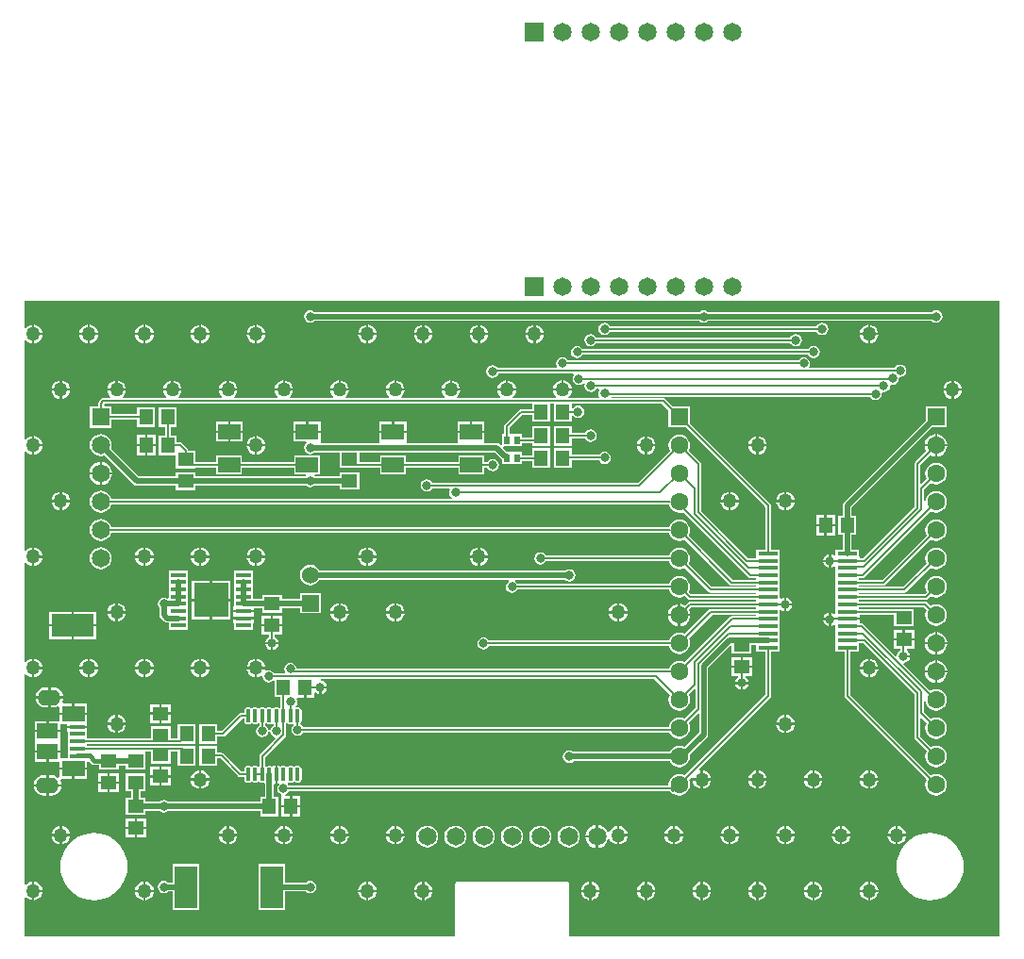
<source format=gbr>
%TF.GenerationSoftware,Altium Limited,Altium Designer,19.1.6 (110)*%
G04 Layer_Physical_Order=1*
G04 Layer_Color=255*
%FSLAX43Y43*%
%MOMM*%
%TF.FileFunction,Copper,L1,Top,Signal*%
%TF.Part,Single*%
G01*
G75*
%TA.AperFunction,SMDPad,CuDef*%
%ADD10R,3.800X2.030*%
%ADD11R,1.285X1.470*%
%ADD12R,0.500X0.800*%
%ADD13R,2.000X1.400*%
%ADD14R,1.470X1.285*%
%ADD15R,1.800X0.450*%
%ADD16O,0.400X1.250*%
%TA.AperFunction,ConnectorPad*%
%ADD17R,1.900X1.375*%
%ADD18R,2.100X1.475*%
%ADD19R,1.380X0.450*%
%TA.AperFunction,SMDPad,CuDef*%
%ADD20R,2.030X3.800*%
%ADD21R,3.100X3.100*%
%ADD22R,1.450X0.450*%
%TA.AperFunction,Conductor*%
%ADD23C,0.500*%
%ADD24C,0.200*%
%ADD25C,0.450*%
%TA.AperFunction,ComponentPad*%
%ADD26C,1.600*%
%ADD27R,1.600X1.600*%
%ADD28C,1.650*%
%ADD29O,2.100X1.400*%
%ADD30R,1.524X1.524*%
%ADD31C,1.524*%
%ADD32R,1.650X1.650*%
%ADD33C,1.651*%
%ADD34R,1.651X1.651*%
%TA.AperFunction,ViaPad*%
%ADD35C,1.270*%
%ADD36C,0.800*%
G36*
X87745Y255D02*
X49155D01*
Y4900D01*
X49135Y4998D01*
X49080Y5080D01*
X48998Y5135D01*
X48900Y5155D01*
X39100D01*
X39002Y5135D01*
X38920Y5080D01*
X38865Y4998D01*
X38845Y4900D01*
Y255D01*
X255D01*
Y3748D01*
X382Y3792D01*
X429Y3729D01*
X604Y3596D01*
X807Y3511D01*
X925Y3496D01*
Y4325D01*
Y5154D01*
X807Y5139D01*
X604Y5054D01*
X429Y4921D01*
X382Y4859D01*
X255Y4902D01*
Y23748D01*
X382Y23792D01*
X429Y23729D01*
X604Y23596D01*
X807Y23511D01*
X925Y23496D01*
Y24325D01*
Y25154D01*
X807Y25139D01*
X604Y25054D01*
X429Y24921D01*
X382Y24858D01*
X255Y24902D01*
Y33748D01*
X382Y33792D01*
X429Y33729D01*
X604Y33596D01*
X807Y33512D01*
X925Y33496D01*
Y34325D01*
Y35154D01*
X807Y35139D01*
X604Y35054D01*
X429Y34921D01*
X382Y34859D01*
X255Y34902D01*
Y43748D01*
X382Y43792D01*
X429Y43729D01*
X604Y43596D01*
X807Y43512D01*
X925Y43496D01*
Y44325D01*
Y45154D01*
X807Y45139D01*
X604Y45054D01*
X429Y44921D01*
X382Y44859D01*
X255Y44902D01*
Y53748D01*
X382Y53792D01*
X429Y53729D01*
X604Y53596D01*
X807Y53512D01*
X925Y53496D01*
Y54325D01*
Y55154D01*
X807Y55139D01*
X604Y55054D01*
X429Y54921D01*
X382Y54859D01*
X255Y54902D01*
Y57300D01*
X87745D01*
Y255D01*
D02*
G37*
%LPC*%
G36*
X82050Y56461D02*
X81835Y56418D01*
X81670Y56308D01*
X61580D01*
X61415Y56418D01*
X61200Y56461D01*
X60985Y56418D01*
X60820Y56308D01*
X26280D01*
X26115Y56418D01*
X25900Y56461D01*
X25685Y56418D01*
X25503Y56297D01*
X25382Y56115D01*
X25339Y55900D01*
X25382Y55685D01*
X25503Y55503D01*
X25685Y55382D01*
X25900Y55339D01*
X26115Y55382D01*
X26280Y55492D01*
X60820D01*
X60985Y55382D01*
X61200Y55339D01*
X61415Y55382D01*
X61580Y55492D01*
X81670D01*
X81835Y55382D01*
X82050Y55339D01*
X82265Y55382D01*
X82447Y55503D01*
X82568Y55685D01*
X82611Y55900D01*
X82568Y56115D01*
X82447Y56297D01*
X82265Y56418D01*
X82050Y56461D01*
D02*
G37*
G36*
X71825Y55336D02*
X71610Y55293D01*
X71428Y55172D01*
X71334Y55030D01*
X52791D01*
X52697Y55172D01*
X52515Y55293D01*
X52300Y55336D01*
X52085Y55293D01*
X51903Y55172D01*
X51782Y54990D01*
X51739Y54775D01*
X51782Y54560D01*
X51903Y54378D01*
X52085Y54257D01*
X52300Y54214D01*
X52515Y54257D01*
X52697Y54378D01*
X52791Y54520D01*
X71334D01*
X71428Y54378D01*
X71610Y54257D01*
X71825Y54214D01*
X72040Y54257D01*
X72222Y54378D01*
X72343Y54560D01*
X72386Y54775D01*
X72343Y54990D01*
X72222Y55172D01*
X72040Y55293D01*
X71825Y55336D01*
D02*
G37*
G36*
X76125Y55154D02*
Y54425D01*
X76854D01*
X76839Y54543D01*
X76754Y54746D01*
X76621Y54921D01*
X76446Y55054D01*
X76243Y55139D01*
X76125Y55154D01*
D02*
G37*
G36*
X75925D02*
X75807Y55139D01*
X75604Y55054D01*
X75429Y54921D01*
X75296Y54746D01*
X75212Y54543D01*
X75196Y54425D01*
X75925D01*
Y55154D01*
D02*
G37*
G36*
X46125D02*
Y54425D01*
X46854D01*
X46839Y54543D01*
X46754Y54746D01*
X46621Y54921D01*
X46446Y55054D01*
X46243Y55139D01*
X46125Y55154D01*
D02*
G37*
G36*
X45925D02*
X45807Y55139D01*
X45604Y55054D01*
X45429Y54921D01*
X45296Y54746D01*
X45212Y54543D01*
X45196Y54425D01*
X45925D01*
Y55154D01*
D02*
G37*
G36*
X41125D02*
Y54425D01*
X41854D01*
X41839Y54543D01*
X41754Y54746D01*
X41621Y54921D01*
X41446Y55054D01*
X41243Y55139D01*
X41125Y55154D01*
D02*
G37*
G36*
X40925D02*
X40807Y55139D01*
X40604Y55054D01*
X40429Y54921D01*
X40296Y54746D01*
X40212Y54543D01*
X40196Y54425D01*
X40925D01*
Y55154D01*
D02*
G37*
G36*
X36125D02*
Y54425D01*
X36854D01*
X36839Y54543D01*
X36754Y54746D01*
X36621Y54921D01*
X36446Y55054D01*
X36243Y55139D01*
X36125Y55154D01*
D02*
G37*
G36*
X35925D02*
X35807Y55139D01*
X35604Y55054D01*
X35429Y54921D01*
X35296Y54746D01*
X35212Y54543D01*
X35196Y54425D01*
X35925D01*
Y55154D01*
D02*
G37*
G36*
X31125D02*
Y54425D01*
X31854D01*
X31839Y54543D01*
X31754Y54746D01*
X31621Y54921D01*
X31446Y55054D01*
X31243Y55139D01*
X31125Y55154D01*
D02*
G37*
G36*
X30925D02*
X30807Y55139D01*
X30604Y55054D01*
X30429Y54921D01*
X30296Y54746D01*
X30212Y54543D01*
X30196Y54425D01*
X30925D01*
Y55154D01*
D02*
G37*
G36*
X21125D02*
Y54425D01*
X21854D01*
X21839Y54543D01*
X21754Y54746D01*
X21621Y54921D01*
X21446Y55054D01*
X21243Y55139D01*
X21125Y55154D01*
D02*
G37*
G36*
X20925D02*
X20807Y55139D01*
X20604Y55054D01*
X20429Y54921D01*
X20296Y54746D01*
X20212Y54543D01*
X20196Y54425D01*
X20925D01*
Y55154D01*
D02*
G37*
G36*
X16125D02*
Y54425D01*
X16854D01*
X16839Y54543D01*
X16754Y54746D01*
X16621Y54921D01*
X16446Y55054D01*
X16243Y55139D01*
X16125Y55154D01*
D02*
G37*
G36*
X15925D02*
X15807Y55139D01*
X15604Y55054D01*
X15429Y54921D01*
X15296Y54746D01*
X15212Y54543D01*
X15196Y54425D01*
X15925D01*
Y55154D01*
D02*
G37*
G36*
X11125D02*
Y54425D01*
X11854D01*
X11839Y54543D01*
X11754Y54746D01*
X11621Y54921D01*
X11446Y55054D01*
X11243Y55139D01*
X11125Y55154D01*
D02*
G37*
G36*
X10925D02*
X10807Y55139D01*
X10604Y55054D01*
X10429Y54921D01*
X10296Y54746D01*
X10212Y54543D01*
X10196Y54425D01*
X10925D01*
Y55154D01*
D02*
G37*
G36*
X6125D02*
Y54425D01*
X6854D01*
X6839Y54543D01*
X6754Y54746D01*
X6621Y54921D01*
X6446Y55054D01*
X6243Y55139D01*
X6125Y55154D01*
D02*
G37*
G36*
X5925D02*
X5807Y55139D01*
X5604Y55054D01*
X5429Y54921D01*
X5296Y54746D01*
X5212Y54543D01*
X5196Y54425D01*
X5925D01*
Y55154D01*
D02*
G37*
G36*
X1125D02*
Y54425D01*
X1854D01*
X1839Y54543D01*
X1754Y54746D01*
X1621Y54921D01*
X1446Y55054D01*
X1243Y55139D01*
X1125Y55154D01*
D02*
G37*
G36*
X69450Y54336D02*
X69235Y54293D01*
X69053Y54172D01*
X68959Y54030D01*
X51541D01*
X51447Y54172D01*
X51265Y54293D01*
X51050Y54336D01*
X50835Y54293D01*
X50653Y54172D01*
X50532Y53990D01*
X50489Y53775D01*
X50532Y53560D01*
X50653Y53378D01*
X50835Y53257D01*
X51050Y53214D01*
X51265Y53257D01*
X51447Y53378D01*
X51541Y53520D01*
X68959D01*
X69053Y53378D01*
X69235Y53257D01*
X69450Y53214D01*
X69665Y53257D01*
X69847Y53378D01*
X69968Y53560D01*
X70011Y53775D01*
X69968Y53990D01*
X69847Y54172D01*
X69665Y54293D01*
X69450Y54336D01*
D02*
G37*
G36*
X76854Y54225D02*
X76125D01*
Y53496D01*
X76243Y53512D01*
X76446Y53596D01*
X76621Y53729D01*
X76754Y53904D01*
X76839Y54107D01*
X76854Y54225D01*
D02*
G37*
G36*
X75925D02*
X75196D01*
X75212Y54107D01*
X75296Y53904D01*
X75429Y53729D01*
X75604Y53596D01*
X75807Y53512D01*
X75925Y53496D01*
Y54225D01*
D02*
G37*
G36*
X46854D02*
X46125D01*
Y53496D01*
X46243Y53512D01*
X46446Y53596D01*
X46621Y53729D01*
X46754Y53904D01*
X46839Y54107D01*
X46854Y54225D01*
D02*
G37*
G36*
X45925D02*
X45196D01*
X45212Y54107D01*
X45296Y53904D01*
X45429Y53729D01*
X45604Y53596D01*
X45807Y53512D01*
X45925Y53496D01*
Y54225D01*
D02*
G37*
G36*
X41854D02*
X41125D01*
Y53496D01*
X41243Y53512D01*
X41446Y53596D01*
X41621Y53729D01*
X41754Y53904D01*
X41839Y54107D01*
X41854Y54225D01*
D02*
G37*
G36*
X40925D02*
X40196D01*
X40212Y54107D01*
X40296Y53904D01*
X40429Y53729D01*
X40604Y53596D01*
X40807Y53512D01*
X40925Y53496D01*
Y54225D01*
D02*
G37*
G36*
X36854D02*
X36125D01*
Y53496D01*
X36243Y53512D01*
X36446Y53596D01*
X36621Y53729D01*
X36754Y53904D01*
X36839Y54107D01*
X36854Y54225D01*
D02*
G37*
G36*
X35925D02*
X35196D01*
X35212Y54107D01*
X35296Y53904D01*
X35429Y53729D01*
X35604Y53596D01*
X35807Y53512D01*
X35925Y53496D01*
Y54225D01*
D02*
G37*
G36*
X31854D02*
X31125D01*
Y53496D01*
X31243Y53512D01*
X31446Y53596D01*
X31621Y53729D01*
X31754Y53904D01*
X31839Y54107D01*
X31854Y54225D01*
D02*
G37*
G36*
X30925D02*
X30196D01*
X30212Y54107D01*
X30296Y53904D01*
X30429Y53729D01*
X30604Y53596D01*
X30807Y53512D01*
X30925Y53496D01*
Y54225D01*
D02*
G37*
G36*
X21854D02*
X21125D01*
Y53496D01*
X21243Y53512D01*
X21446Y53596D01*
X21621Y53729D01*
X21754Y53904D01*
X21839Y54107D01*
X21854Y54225D01*
D02*
G37*
G36*
X20925D02*
X20196D01*
X20212Y54107D01*
X20296Y53904D01*
X20429Y53729D01*
X20604Y53596D01*
X20807Y53512D01*
X20925Y53496D01*
Y54225D01*
D02*
G37*
G36*
X16854D02*
X16125D01*
Y53496D01*
X16243Y53512D01*
X16446Y53596D01*
X16621Y53729D01*
X16754Y53904D01*
X16839Y54107D01*
X16854Y54225D01*
D02*
G37*
G36*
X15925D02*
X15196D01*
X15212Y54107D01*
X15296Y53904D01*
X15429Y53729D01*
X15604Y53596D01*
X15807Y53512D01*
X15925Y53496D01*
Y54225D01*
D02*
G37*
G36*
X11854D02*
X11125D01*
Y53496D01*
X11243Y53512D01*
X11446Y53596D01*
X11621Y53729D01*
X11754Y53904D01*
X11839Y54107D01*
X11854Y54225D01*
D02*
G37*
G36*
X10925D02*
X10196D01*
X10212Y54107D01*
X10296Y53904D01*
X10429Y53729D01*
X10604Y53596D01*
X10807Y53512D01*
X10925Y53496D01*
Y54225D01*
D02*
G37*
G36*
X6854D02*
X6125D01*
Y53496D01*
X6243Y53512D01*
X6446Y53596D01*
X6621Y53729D01*
X6754Y53904D01*
X6839Y54107D01*
X6854Y54225D01*
D02*
G37*
G36*
X5925D02*
X5196D01*
X5212Y54107D01*
X5296Y53904D01*
X5429Y53729D01*
X5604Y53596D01*
X5807Y53512D01*
X5925Y53496D01*
Y54225D01*
D02*
G37*
G36*
X1854D02*
X1125D01*
Y53496D01*
X1243Y53512D01*
X1446Y53596D01*
X1621Y53729D01*
X1754Y53904D01*
X1839Y54107D01*
X1854Y54225D01*
D02*
G37*
G36*
X71050Y53261D02*
X70835Y53218D01*
X70653Y53097D01*
X70559Y52955D01*
X50341D01*
X50247Y53097D01*
X50065Y53218D01*
X49850Y53261D01*
X49635Y53218D01*
X49453Y53097D01*
X49332Y52915D01*
X49289Y52700D01*
X49332Y52485D01*
X49453Y52303D01*
X49635Y52182D01*
X49850Y52139D01*
X50065Y52182D01*
X50247Y52303D01*
X50341Y52445D01*
X70559D01*
X70653Y52303D01*
X70835Y52182D01*
X71050Y52139D01*
X71265Y52182D01*
X71447Y52303D01*
X71568Y52485D01*
X71611Y52700D01*
X71568Y52915D01*
X71447Y53097D01*
X71265Y53218D01*
X71050Y53261D01*
D02*
G37*
G36*
X70175Y52236D02*
X69960Y52193D01*
X69778Y52072D01*
X69684Y51930D01*
X49016D01*
X48922Y52072D01*
X48740Y52193D01*
X48525Y52236D01*
X48310Y52193D01*
X48128Y52072D01*
X48007Y51890D01*
X47964Y51675D01*
X48007Y51460D01*
X48053Y51392D01*
X47993Y51280D01*
X42691D01*
X42647Y51347D01*
X42465Y51468D01*
X42250Y51511D01*
X42035Y51468D01*
X41853Y51347D01*
X41732Y51165D01*
X41689Y50950D01*
X41732Y50735D01*
X41853Y50553D01*
X42035Y50432D01*
X42250Y50389D01*
X42465Y50432D01*
X42647Y50553D01*
X42768Y50735D01*
X42775Y50770D01*
X49502D01*
X49568Y50643D01*
X49482Y50515D01*
X49439Y50300D01*
X49482Y50085D01*
X49603Y49903D01*
X49785Y49782D01*
X50000Y49739D01*
X50215Y49782D01*
X50397Y49903D01*
X50440Y49968D01*
X50472Y49967D01*
X50502Y49931D01*
X50551Y49836D01*
X50514Y49650D01*
X50557Y49435D01*
X50678Y49253D01*
X50860Y49132D01*
X51075Y49089D01*
X51290Y49132D01*
X51472Y49253D01*
X51566Y49395D01*
X51766D01*
X51834Y49268D01*
X51782Y49190D01*
X51739Y48975D01*
X51782Y48760D01*
X51828Y48692D01*
X51760Y48565D01*
X49115D01*
X49072Y48692D01*
X49121Y48729D01*
X49254Y48904D01*
X49339Y49107D01*
X49354Y49225D01*
X47696D01*
X47712Y49107D01*
X47796Y48904D01*
X47929Y48729D01*
X47978Y48692D01*
X47935Y48565D01*
X44115D01*
X44072Y48692D01*
X44121Y48729D01*
X44254Y48904D01*
X44339Y49107D01*
X44354Y49225D01*
X42696D01*
X42712Y49107D01*
X42796Y48904D01*
X42929Y48729D01*
X42978Y48692D01*
X42935Y48565D01*
X39115D01*
X39072Y48692D01*
X39121Y48729D01*
X39254Y48904D01*
X39339Y49107D01*
X39354Y49225D01*
X37696D01*
X37712Y49107D01*
X37796Y48904D01*
X37929Y48729D01*
X37978Y48692D01*
X37935Y48565D01*
X34115D01*
X34072Y48692D01*
X34121Y48729D01*
X34254Y48904D01*
X34339Y49107D01*
X34354Y49225D01*
X32696D01*
X32712Y49107D01*
X32796Y48904D01*
X32929Y48729D01*
X32978Y48692D01*
X32935Y48565D01*
X29115D01*
X29072Y48692D01*
X29121Y48729D01*
X29254Y48904D01*
X29339Y49107D01*
X29354Y49225D01*
X27696D01*
X27712Y49107D01*
X27796Y48904D01*
X27929Y48729D01*
X27978Y48692D01*
X27935Y48565D01*
X24115D01*
X24072Y48692D01*
X24121Y48729D01*
X24254Y48904D01*
X24339Y49107D01*
X24354Y49225D01*
X22696D01*
X22712Y49107D01*
X22796Y48904D01*
X22929Y48729D01*
X22978Y48692D01*
X22935Y48565D01*
X19115D01*
X19072Y48692D01*
X19121Y48729D01*
X19254Y48904D01*
X19339Y49107D01*
X19354Y49225D01*
X17696D01*
X17712Y49107D01*
X17796Y48904D01*
X17929Y48729D01*
X17978Y48692D01*
X17935Y48565D01*
X14115D01*
X14072Y48692D01*
X14121Y48729D01*
X14254Y48904D01*
X14339Y49107D01*
X14354Y49225D01*
X12696D01*
X12712Y49107D01*
X12796Y48904D01*
X12929Y48729D01*
X12978Y48692D01*
X12935Y48565D01*
X9115D01*
X9072Y48692D01*
X9121Y48729D01*
X9254Y48904D01*
X9339Y49107D01*
X9354Y49225D01*
X7696D01*
X7712Y49107D01*
X7796Y48904D01*
X7929Y48729D01*
X7978Y48692D01*
X7935Y48565D01*
X7335D01*
X7237Y48545D01*
X7155Y48490D01*
X6920Y48255D01*
X6865Y48173D01*
X6845Y48075D01*
Y47856D01*
X6125D01*
Y45906D01*
X8075D01*
Y46626D01*
X10382D01*
Y45996D01*
X11967D01*
Y47766D01*
X10382D01*
Y47136D01*
X8075D01*
Y47856D01*
X7437D01*
X7398Y47983D01*
X7463Y48055D01*
X45807D01*
Y47580D01*
X44815D01*
X44717Y47560D01*
X44635Y47505D01*
X43370Y46240D01*
X43315Y46158D01*
X43295Y46060D01*
Y45350D01*
X43150D01*
Y44356D01*
X43023Y44304D01*
X42921Y44406D01*
X42789Y44494D01*
X42632Y44525D01*
X42632Y44525D01*
X41531D01*
X41525Y44650D01*
X41525Y44652D01*
Y45450D01*
X40325D01*
X39125D01*
Y44652D01*
X39125Y44650D01*
X39119Y44525D01*
X34531D01*
X34525Y44650D01*
X34525Y44652D01*
Y45450D01*
X33325D01*
X32125D01*
Y44652D01*
X32125Y44650D01*
X32119Y44525D01*
X26825D01*
X26819Y44650D01*
X26819D01*
Y45450D01*
X24419D01*
Y44650D01*
X25505D01*
X25543Y44523D01*
X25503Y44497D01*
X25382Y44315D01*
X25339Y44100D01*
X25382Y43885D01*
X25503Y43703D01*
X25685Y43582D01*
X25900Y43539D01*
X26115Y43582D01*
X26297Y43703D01*
X26301Y43710D01*
X28540D01*
Y42283D01*
X30310D01*
Y42295D01*
X32175D01*
Y41700D01*
X34475D01*
Y42295D01*
X39175D01*
Y41700D01*
X41475D01*
Y42295D01*
X41784D01*
X41878Y42153D01*
X42060Y42032D01*
X42275Y41989D01*
X42490Y42032D01*
X42671Y42153D01*
X42793Y42335D01*
X42836Y42550D01*
X42793Y42765D01*
X42671Y42946D01*
X42490Y43068D01*
X42275Y43111D01*
X42060Y43068D01*
X41878Y42946D01*
X41784Y42805D01*
X41475D01*
Y43400D01*
X39175D01*
Y42805D01*
X34475D01*
Y43400D01*
X32175D01*
Y42805D01*
X30310D01*
Y43710D01*
X42464D01*
X43112Y43062D01*
X43112Y43062D01*
X43150Y43036D01*
Y42650D01*
X43923D01*
X43950Y42650D01*
X44050D01*
X44077Y42650D01*
X44850D01*
Y42945D01*
X45807D01*
Y42315D01*
X47393D01*
Y44085D01*
X45807D01*
Y43455D01*
X44850D01*
Y43750D01*
X44077D01*
X44050Y43750D01*
X43950D01*
X43923Y43750D01*
X43589D01*
X43574Y43753D01*
X43204Y44123D01*
X43256Y44250D01*
X43923D01*
X43950Y44250D01*
X44050D01*
X44077Y44250D01*
X44850D01*
Y44545D01*
X45807D01*
Y44290D01*
X47393D01*
Y46060D01*
X45807D01*
Y45055D01*
X44850D01*
Y45350D01*
X44077D01*
X44050Y45350D01*
X43950D01*
X43932Y45350D01*
X43805Y45371D01*
Y45954D01*
X44921Y47070D01*
X45807D01*
Y46440D01*
X47393D01*
Y48055D01*
X47753D01*
Y46440D01*
X49338D01*
Y47037D01*
X49465Y47049D01*
X49528Y46953D01*
X49710Y46832D01*
X49925Y46789D01*
X50140Y46832D01*
X50322Y46953D01*
X50443Y47135D01*
X50486Y47350D01*
X50443Y47565D01*
X50322Y47747D01*
X50140Y47868D01*
X49925Y47911D01*
X49710Y47868D01*
X49528Y47747D01*
X49465Y47651D01*
X49338Y47689D01*
Y48055D01*
X57454D01*
X58050Y47460D01*
Y45920D01*
X59590D01*
X66713Y38796D01*
Y34977D01*
X65918D01*
Y34207D01*
X65177D01*
X60955Y38429D01*
Y42630D01*
X60935Y42728D01*
X60880Y42810D01*
X59833Y43858D01*
X59926Y44082D01*
X59958Y44330D01*
X59926Y44578D01*
X59830Y44809D01*
X59678Y45008D01*
X59479Y45160D01*
X59248Y45256D01*
X59000Y45288D01*
X58752Y45256D01*
X58521Y45160D01*
X58322Y45008D01*
X58170Y44809D01*
X58074Y44578D01*
X58042Y44330D01*
X58074Y44082D01*
X58167Y43858D01*
X55294Y40985D01*
X36841D01*
X36747Y41126D01*
X36565Y41248D01*
X36350Y41290D01*
X36136Y41248D01*
X35954Y41126D01*
X35832Y40944D01*
X35789Y40730D01*
X35832Y40515D01*
X35954Y40333D01*
X36136Y40212D01*
X36350Y40169D01*
X36565Y40212D01*
X36747Y40333D01*
X36841Y40475D01*
X38388D01*
X38448Y40363D01*
X38402Y40294D01*
X38359Y40080D01*
X38402Y39865D01*
X38523Y39683D01*
X38592Y39638D01*
X38553Y39511D01*
X8051D01*
X8050Y39516D01*
X7952Y39753D01*
X7795Y39957D01*
X7592Y40113D01*
X7355Y40211D01*
X7100Y40245D01*
X6845Y40211D01*
X6608Y40113D01*
X6405Y39957D01*
X6248Y39753D01*
X6150Y39516D01*
X6117Y39261D01*
X6150Y39007D01*
X6248Y38770D01*
X6405Y38566D01*
X6608Y38410D01*
X6845Y38311D01*
X7100Y38278D01*
X7355Y38311D01*
X7592Y38410D01*
X7795Y38566D01*
X7952Y38770D01*
X8047Y39001D01*
X58075D01*
X58170Y38771D01*
X58322Y38572D01*
X58521Y38420D01*
X58752Y38324D01*
X59000Y38292D01*
X59248Y38324D01*
X59319Y38354D01*
X65201Y32472D01*
X65284Y32417D01*
X65381Y32397D01*
X65918D01*
Y32257D01*
X63814D01*
X59833Y36238D01*
X59926Y36462D01*
X59958Y36710D01*
X59926Y36958D01*
X59830Y37189D01*
X59678Y37388D01*
X59479Y37540D01*
X59248Y37636D01*
X59000Y37668D01*
X58752Y37636D01*
X58521Y37540D01*
X58322Y37388D01*
X58170Y37189D01*
X58080Y36971D01*
X8051D01*
X8050Y36976D01*
X7952Y37213D01*
X7795Y37417D01*
X7592Y37573D01*
X7355Y37671D01*
X7100Y37705D01*
X6845Y37671D01*
X6608Y37573D01*
X6405Y37417D01*
X6248Y37213D01*
X6150Y36976D01*
X6117Y36721D01*
X6150Y36467D01*
X6248Y36230D01*
X6405Y36026D01*
X6608Y35870D01*
X6845Y35771D01*
X7100Y35738D01*
X7355Y35771D01*
X7592Y35870D01*
X7795Y36026D01*
X7952Y36230D01*
X8047Y36461D01*
X58075D01*
X58170Y36231D01*
X58322Y36032D01*
X58521Y35880D01*
X58752Y35784D01*
X59000Y35752D01*
X59248Y35784D01*
X59472Y35877D01*
X63528Y31822D01*
X63610Y31767D01*
X63708Y31747D01*
X65918D01*
Y31607D01*
X61924D01*
X59833Y33698D01*
X59926Y33922D01*
X59958Y34170D01*
X59926Y34418D01*
X59830Y34649D01*
X59678Y34848D01*
X59479Y35000D01*
X59248Y35096D01*
X59000Y35128D01*
X58752Y35096D01*
X58521Y35000D01*
X58322Y34848D01*
X58170Y34649D01*
X58078Y34427D01*
X47043D01*
X46947Y34572D01*
X46765Y34693D01*
X46550Y34736D01*
X46335Y34693D01*
X46153Y34572D01*
X46032Y34390D01*
X45989Y34175D01*
X46032Y33960D01*
X46153Y33778D01*
X46335Y33657D01*
X46550Y33614D01*
X46765Y33657D01*
X46947Y33778D01*
X47039Y33918D01*
X58076D01*
X58170Y33691D01*
X58322Y33492D01*
X58521Y33340D01*
X58752Y33244D01*
X59000Y33212D01*
X59248Y33244D01*
X59472Y33337D01*
X61638Y31172D01*
X61720Y31117D01*
X61818Y31097D01*
X65918D01*
Y30957D01*
X60034D01*
X59833Y31158D01*
X59926Y31382D01*
X59958Y31630D01*
X59926Y31878D01*
X59830Y32109D01*
X59678Y32308D01*
X59479Y32460D01*
X59248Y32556D01*
X59000Y32588D01*
X58752Y32556D01*
X58521Y32460D01*
X58322Y32308D01*
X58170Y32109D01*
X58077Y31885D01*
X44488D01*
X44397Y32022D01*
X44324Y32070D01*
X44291Y32243D01*
X44305Y32263D01*
X48723D01*
X48728Y32255D01*
X48910Y32134D01*
X49125Y32091D01*
X49340Y32134D01*
X49522Y32255D01*
X49643Y32437D01*
X49686Y32652D01*
X49643Y32867D01*
X49522Y33049D01*
X49340Y33170D01*
X49125Y33213D01*
X48910Y33170D01*
X48774Y33079D01*
X26726D01*
X26697Y33150D01*
X26550Y33340D01*
X26360Y33487D01*
X26138Y33579D01*
X25900Y33610D01*
X25662Y33579D01*
X25440Y33487D01*
X25250Y33340D01*
X25103Y33150D01*
X25011Y32928D01*
X24980Y32690D01*
X25011Y32452D01*
X25103Y32230D01*
X25250Y32040D01*
X25440Y31893D01*
X25662Y31801D01*
X25900Y31770D01*
X26138Y31801D01*
X26360Y31893D01*
X26550Y32040D01*
X26697Y32230D01*
X26710Y32263D01*
X43695D01*
X43709Y32243D01*
X43676Y32070D01*
X43603Y32022D01*
X43482Y31840D01*
X43439Y31625D01*
X43482Y31410D01*
X43603Y31228D01*
X43785Y31107D01*
X44000Y31064D01*
X44215Y31107D01*
X44397Y31228D01*
X44494Y31375D01*
X58077D01*
X58170Y31151D01*
X58322Y30952D01*
X58521Y30800D01*
X58752Y30704D01*
X59000Y30672D01*
X59248Y30704D01*
X59472Y30797D01*
X59748Y30522D01*
X59830Y30466D01*
X59928Y30447D01*
X65868D01*
Y30307D01*
X59962D01*
X59864Y30287D01*
X59782Y30232D01*
X59509Y29960D01*
X59504Y29963D01*
X59261Y30064D01*
X59100Y30085D01*
Y29190D01*
X59995D01*
X59974Y29351D01*
X59873Y29594D01*
X59870Y29599D01*
X60068Y29797D01*
X65868D01*
Y29657D01*
X61852D01*
X61754Y29637D01*
X61672Y29582D01*
X59472Y27383D01*
X59248Y27476D01*
X59000Y27508D01*
X58752Y27476D01*
X58521Y27380D01*
X58322Y27228D01*
X58170Y27029D01*
X58077Y26804D01*
X41938D01*
X41844Y26944D01*
X41662Y27066D01*
X41447Y27108D01*
X41233Y27066D01*
X41051Y26944D01*
X40929Y26762D01*
X40887Y26548D01*
X40929Y26333D01*
X41051Y26151D01*
X41233Y26029D01*
X41447Y25987D01*
X41662Y26029D01*
X41844Y26151D01*
X41939Y26294D01*
X58078D01*
X58170Y26071D01*
X58322Y25872D01*
X58521Y25720D01*
X58752Y25624D01*
X59000Y25592D01*
X59248Y25624D01*
X59479Y25720D01*
X59678Y25872D01*
X59830Y26071D01*
X59926Y26302D01*
X59958Y26550D01*
X59926Y26798D01*
X59833Y27022D01*
X61958Y29147D01*
X65918D01*
Y29007D01*
X63742D01*
X63644Y28987D01*
X63562Y28932D01*
X59472Y24843D01*
X59248Y24936D01*
X59000Y24968D01*
X58752Y24936D01*
X58521Y24840D01*
X58322Y24688D01*
X58170Y24489D01*
X58091Y24297D01*
X24678D01*
X24644Y24466D01*
X24523Y24648D01*
X24341Y24769D01*
X24126Y24812D01*
X23912Y24769D01*
X23730Y24648D01*
X23608Y24466D01*
X23565Y24251D01*
X23608Y24037D01*
X23653Y23969D01*
X23585Y23842D01*
X22666D01*
X22572Y23984D01*
X22390Y24106D01*
X22175Y24148D01*
X21960Y24106D01*
X21849Y24184D01*
X21854Y24225D01*
X21125D01*
Y23496D01*
X21243Y23511D01*
X21446Y23596D01*
X21494Y23632D01*
X21552Y23610D01*
X21618Y23568D01*
X21657Y23373D01*
X21778Y23191D01*
X21960Y23069D01*
X22175Y23027D01*
X22390Y23069D01*
X22572Y23191D01*
X22583Y23208D01*
X22710Y23170D01*
Y21717D01*
X23248D01*
Y20765D01*
X23134Y20730D01*
X23104Y20738D01*
X23004Y20805D01*
X22867Y20832D01*
X22731Y20805D01*
X22615Y20727D01*
X22613Y20725D01*
X22486D01*
X22485Y20727D01*
X22369Y20805D01*
X22232Y20832D01*
X22096Y20805D01*
X21980Y20727D01*
X21978Y20725D01*
X21851D01*
X21850Y20727D01*
X21734Y20805D01*
X21597Y20832D01*
X21461Y20805D01*
X21345Y20727D01*
X21343Y20725D01*
X21216D01*
X21215Y20727D01*
X21099Y20805D01*
X20962Y20832D01*
X20826Y20805D01*
X20710Y20727D01*
X20708Y20725D01*
X20581D01*
X20580Y20727D01*
X20464Y20805D01*
X20327Y20832D01*
X20191Y20805D01*
X20075Y20727D01*
X19998Y20612D01*
X19971Y20475D01*
Y20305D01*
X19698D01*
X19600Y20285D01*
X19517Y20230D01*
X17942Y18655D01*
X17540D01*
Y19285D01*
X15955D01*
Y17515D01*
X17540D01*
Y18145D01*
X18048D01*
X18145Y18165D01*
X18228Y18220D01*
X19803Y19795D01*
X19971D01*
Y19625D01*
X19998Y19488D01*
X20075Y19373D01*
X20191Y19295D01*
X20327Y19268D01*
X20464Y19295D01*
X20580Y19373D01*
X20581Y19375D01*
X20708D01*
X20710Y19373D01*
X20826Y19295D01*
X20962Y19268D01*
X21099Y19295D01*
X21199Y19362D01*
X21229Y19370D01*
X21343Y19335D01*
Y19159D01*
X21203Y19067D01*
X21082Y18885D01*
X21039Y18670D01*
X21082Y18455D01*
X21203Y18273D01*
X21385Y18152D01*
X21600Y18109D01*
X21815Y18152D01*
X21997Y18273D01*
X22118Y18455D01*
X22161Y18670D01*
X22118Y18885D01*
X21997Y19067D01*
X21852Y19163D01*
Y19335D01*
X21966Y19370D01*
X21996Y19362D01*
X22096Y19295D01*
X22232Y19268D01*
X22369Y19295D01*
X22468Y19361D01*
X22537Y19342D01*
X22595Y19309D01*
Y19166D01*
X22453Y19072D01*
X22332Y18890D01*
X22289Y18675D01*
X22332Y18460D01*
X22453Y18278D01*
X22635Y18157D01*
X22745Y18135D01*
X22787Y17997D01*
X21417Y16628D01*
X21362Y16545D01*
X21343Y16447D01*
Y15515D01*
X21229Y15480D01*
X21199Y15488D01*
X21099Y15555D01*
X20962Y15582D01*
X20826Y15555D01*
X20710Y15477D01*
X20708Y15475D01*
X20581D01*
X20580Y15477D01*
X20464Y15555D01*
X20327Y15582D01*
X20191Y15555D01*
X20075Y15477D01*
X19998Y15362D01*
X19971Y15225D01*
Y15055D01*
X19713D01*
X18130Y16638D01*
X18048Y16693D01*
X17950Y16712D01*
X17540D01*
Y17335D01*
X15955D01*
Y15565D01*
X17540D01*
Y16203D01*
X17844D01*
X19427Y14620D01*
X19510Y14565D01*
X19608Y14545D01*
X19971D01*
Y14375D01*
X19998Y14238D01*
X20075Y14123D01*
X20191Y14045D01*
X20327Y14018D01*
X20464Y14045D01*
X20580Y14123D01*
X20581Y14125D01*
X20708D01*
X20710Y14123D01*
X20826Y14045D01*
X20962Y14018D01*
X21099Y14045D01*
X21215Y14123D01*
X21216Y14125D01*
X21343D01*
X21345Y14123D01*
X21461Y14045D01*
X21597Y14018D01*
X21698Y14038D01*
X21825Y13965D01*
Y12797D01*
X21440D01*
Y12320D01*
X13170D01*
X13005Y12431D01*
X12791Y12473D01*
X12576Y12431D01*
X12411Y12320D01*
X11130D01*
Y12705D01*
X10655D01*
Y13268D01*
X11135D01*
Y14853D01*
X9365D01*
Y13268D01*
X9840D01*
Y12705D01*
X9360D01*
Y11120D01*
X11130D01*
Y11505D01*
X12411D01*
X12576Y11394D01*
X12791Y11352D01*
X13005Y11394D01*
X13170Y11505D01*
X21440D01*
Y11027D01*
X23025D01*
Y12797D01*
X22640D01*
Y13905D01*
X22767Y13987D01*
X22767Y13987D01*
Y14800D01*
Y15613D01*
X22711Y15602D01*
X22603Y15529D01*
X22485Y15477D01*
X22369Y15555D01*
X22232Y15582D01*
X22096Y15555D01*
X21996Y15488D01*
X21966Y15480D01*
X21852Y15515D01*
Y16342D01*
X23683Y18172D01*
X23738Y18255D01*
X23757Y18352D01*
Y19335D01*
X23871Y19370D01*
X23901Y19362D01*
X24001Y19295D01*
X24137Y19268D01*
X24274Y19295D01*
X24367Y19272D01*
X24408Y19232D01*
X24407Y19225D01*
X24365Y19197D01*
X24244Y19015D01*
X24201Y18801D01*
X24244Y18586D01*
X24365Y18404D01*
X24547Y18282D01*
X24762Y18240D01*
X24976Y18282D01*
X25158Y18404D01*
X25247Y18537D01*
X58135D01*
X58170Y18451D01*
X58322Y18252D01*
X58521Y18100D01*
X58752Y18004D01*
X59000Y17972D01*
X59248Y18004D01*
X59479Y18100D01*
X59678Y18252D01*
X59830Y18451D01*
X59926Y18682D01*
X59958Y18930D01*
X59926Y19178D01*
X59833Y19402D01*
X60675Y20244D01*
X60792Y20196D01*
Y18544D01*
X59471Y17223D01*
X59248Y17316D01*
X59000Y17348D01*
X58752Y17316D01*
X58521Y17220D01*
X58322Y17068D01*
X58170Y16869D01*
X58141Y16798D01*
X49482D01*
X49340Y16893D01*
X49125Y16936D01*
X48910Y16893D01*
X48728Y16772D01*
X48607Y16590D01*
X48564Y16375D01*
X48607Y16160D01*
X48728Y15978D01*
X48910Y15857D01*
X49125Y15814D01*
X49340Y15857D01*
X49522Y15978D01*
X49524Y15982D01*
X58141D01*
X58170Y15911D01*
X58322Y15712D01*
X58521Y15560D01*
X58752Y15464D01*
X59000Y15432D01*
X59248Y15464D01*
X59479Y15560D01*
X59678Y15712D01*
X59830Y15911D01*
X59926Y16142D01*
X59958Y16390D01*
X59939Y16537D01*
X61488Y18087D01*
X61488Y18087D01*
X61577Y18219D01*
X61608Y18375D01*
Y24344D01*
X63593Y26329D01*
X63720Y26277D01*
Y25605D01*
X65490D01*
Y26394D01*
X65918D01*
Y25777D01*
X66713D01*
Y21924D01*
X59472Y14683D01*
X59248Y14776D01*
X59000Y14808D01*
X58752Y14776D01*
X58521Y14680D01*
X58322Y14528D01*
X58170Y14329D01*
X58074Y14098D01*
X58042Y13850D01*
X57958Y13755D01*
X23991D01*
X23897Y13897D01*
X23866Y13917D01*
X23846Y14081D01*
X23885Y14123D01*
X24001Y14045D01*
X24137Y14018D01*
X24274Y14045D01*
X24390Y14123D01*
X24391Y14125D01*
X24518D01*
X24520Y14123D01*
X24636Y14045D01*
X24772Y14018D01*
X24909Y14045D01*
X25025Y14123D01*
X25102Y14238D01*
X25129Y14375D01*
Y15225D01*
X25102Y15362D01*
X25025Y15477D01*
X24909Y15555D01*
X24772Y15582D01*
X24636Y15555D01*
X24520Y15477D01*
X24518Y15475D01*
X24391D01*
X24390Y15477D01*
X24274Y15555D01*
X24137Y15582D01*
X24001Y15555D01*
X23885Y15477D01*
X23883Y15475D01*
X23756D01*
X23755Y15477D01*
X23639Y15555D01*
X23502Y15582D01*
X23366Y15555D01*
X23250Y15477D01*
X23132Y15529D01*
X23024Y15602D01*
X22967Y15613D01*
Y14800D01*
Y13987D01*
X23024Y13998D01*
X23046Y14013D01*
X23130Y13991D01*
X23144Y13923D01*
X23103Y13897D01*
X22982Y13715D01*
X22939Y13500D01*
X22982Y13285D01*
X23103Y13103D01*
X23285Y12982D01*
X23331Y12973D01*
X23335Y12847D01*
X23335Y12843D01*
Y12012D01*
X24078D01*
Y12847D01*
X23690D01*
X23677Y12974D01*
X23715Y12982D01*
X23897Y13103D01*
X23991Y13245D01*
X58144D01*
X58270Y13120D01*
X58352Y13065D01*
X58450Y13045D01*
X58481Y13051D01*
X58521Y13020D01*
X58752Y12924D01*
X59000Y12892D01*
X59248Y12924D01*
X59479Y13020D01*
X59678Y13172D01*
X59830Y13371D01*
X59926Y13602D01*
X59958Y13850D01*
X59926Y14098D01*
X59833Y14322D01*
X60094Y14584D01*
X60147Y14565D01*
X60208Y14518D01*
X60196Y14425D01*
X60925D01*
Y15154D01*
X60832Y15142D01*
X60785Y15203D01*
X60766Y15256D01*
X67148Y21638D01*
X67203Y21720D01*
X67223Y21818D01*
Y25777D01*
X68018D01*
Y26427D01*
Y27077D01*
Y27727D01*
Y28377D01*
Y29500D01*
X68145Y29568D01*
X68266Y29487D01*
X68400Y29460D01*
Y30052D01*
Y30644D01*
X68266Y30617D01*
X68145Y30536D01*
X68018Y30604D01*
Y31627D01*
Y32277D01*
Y32927D01*
Y33577D01*
Y34227D01*
Y34977D01*
X67223D01*
Y38902D01*
X67203Y39000D01*
X67148Y39082D01*
X59950Y46280D01*
Y47820D01*
X58410D01*
X57740Y48490D01*
X57658Y48545D01*
X57560Y48565D01*
X52985D01*
X52913Y48692D01*
X52915Y48695D01*
X76109D01*
X76203Y48553D01*
X76385Y48432D01*
X76600Y48389D01*
X76815Y48432D01*
X76997Y48553D01*
X77118Y48735D01*
X77161Y48950D01*
X77151Y48999D01*
X77259Y49107D01*
X77350Y49089D01*
X77565Y49132D01*
X77747Y49253D01*
X77868Y49435D01*
X77911Y49650D01*
X77905Y49678D01*
X78013Y49786D01*
X78125Y49764D01*
X78340Y49807D01*
X78522Y49928D01*
X78643Y50110D01*
X78686Y50325D01*
X78674Y50387D01*
X78763Y50477D01*
X78825Y50464D01*
X79040Y50507D01*
X79222Y50628D01*
X79343Y50810D01*
X79386Y51025D01*
X79343Y51240D01*
X79222Y51422D01*
X79040Y51543D01*
X78825Y51586D01*
X78610Y51543D01*
X78428Y51422D01*
X78334Y51280D01*
X70707D01*
X70647Y51392D01*
X70693Y51460D01*
X70736Y51675D01*
X70693Y51890D01*
X70572Y52072D01*
X70390Y52193D01*
X70175Y52236D01*
D02*
G37*
G36*
X83625Y50154D02*
Y49425D01*
X84354D01*
X84339Y49543D01*
X84254Y49746D01*
X84121Y49921D01*
X83946Y50054D01*
X83743Y50139D01*
X83625Y50154D01*
D02*
G37*
G36*
X83425D02*
X83307Y50139D01*
X83104Y50054D01*
X82929Y49921D01*
X82796Y49746D01*
X82712Y49543D01*
X82696Y49425D01*
X83425D01*
Y50154D01*
D02*
G37*
G36*
X48625D02*
Y49425D01*
X49354D01*
X49339Y49543D01*
X49254Y49746D01*
X49121Y49921D01*
X48946Y50054D01*
X48743Y50139D01*
X48625Y50154D01*
D02*
G37*
G36*
X48425D02*
X48307Y50139D01*
X48104Y50054D01*
X47929Y49921D01*
X47796Y49746D01*
X47712Y49543D01*
X47696Y49425D01*
X48425D01*
Y50154D01*
D02*
G37*
G36*
X43625D02*
Y49425D01*
X44354D01*
X44339Y49543D01*
X44254Y49746D01*
X44121Y49921D01*
X43946Y50054D01*
X43743Y50139D01*
X43625Y50154D01*
D02*
G37*
G36*
X43425D02*
X43307Y50139D01*
X43104Y50054D01*
X42929Y49921D01*
X42796Y49746D01*
X42712Y49543D01*
X42696Y49425D01*
X43425D01*
Y50154D01*
D02*
G37*
G36*
X38625D02*
Y49425D01*
X39354D01*
X39339Y49543D01*
X39254Y49746D01*
X39121Y49921D01*
X38946Y50054D01*
X38743Y50139D01*
X38625Y50154D01*
D02*
G37*
G36*
X38425D02*
X38307Y50139D01*
X38104Y50054D01*
X37929Y49921D01*
X37796Y49746D01*
X37712Y49543D01*
X37696Y49425D01*
X38425D01*
Y50154D01*
D02*
G37*
G36*
X33625D02*
Y49425D01*
X34354D01*
X34339Y49543D01*
X34254Y49746D01*
X34121Y49921D01*
X33946Y50054D01*
X33743Y50139D01*
X33625Y50154D01*
D02*
G37*
G36*
X33425D02*
X33307Y50139D01*
X33104Y50054D01*
X32929Y49921D01*
X32796Y49746D01*
X32712Y49543D01*
X32696Y49425D01*
X33425D01*
Y50154D01*
D02*
G37*
G36*
X28625D02*
Y49425D01*
X29354D01*
X29339Y49543D01*
X29254Y49746D01*
X29121Y49921D01*
X28946Y50054D01*
X28743Y50139D01*
X28625Y50154D01*
D02*
G37*
G36*
X28425D02*
X28307Y50139D01*
X28104Y50054D01*
X27929Y49921D01*
X27796Y49746D01*
X27712Y49543D01*
X27696Y49425D01*
X28425D01*
Y50154D01*
D02*
G37*
G36*
X23625D02*
Y49425D01*
X24354D01*
X24339Y49543D01*
X24254Y49746D01*
X24121Y49921D01*
X23946Y50054D01*
X23743Y50139D01*
X23625Y50154D01*
D02*
G37*
G36*
X23425D02*
X23307Y50139D01*
X23104Y50054D01*
X22929Y49921D01*
X22796Y49746D01*
X22712Y49543D01*
X22696Y49425D01*
X23425D01*
Y50154D01*
D02*
G37*
G36*
X18625D02*
Y49425D01*
X19354D01*
X19339Y49543D01*
X19254Y49746D01*
X19121Y49921D01*
X18946Y50054D01*
X18743Y50139D01*
X18625Y50154D01*
D02*
G37*
G36*
X18425D02*
X18307Y50139D01*
X18104Y50054D01*
X17929Y49921D01*
X17796Y49746D01*
X17712Y49543D01*
X17696Y49425D01*
X18425D01*
Y50154D01*
D02*
G37*
G36*
X13625D02*
Y49425D01*
X14354D01*
X14339Y49543D01*
X14254Y49746D01*
X14121Y49921D01*
X13946Y50054D01*
X13743Y50139D01*
X13625Y50154D01*
D02*
G37*
G36*
X13425D02*
X13307Y50139D01*
X13104Y50054D01*
X12929Y49921D01*
X12796Y49746D01*
X12712Y49543D01*
X12696Y49425D01*
X13425D01*
Y50154D01*
D02*
G37*
G36*
X8625D02*
Y49425D01*
X9354D01*
X9339Y49543D01*
X9254Y49746D01*
X9121Y49921D01*
X8946Y50054D01*
X8743Y50139D01*
X8625Y50154D01*
D02*
G37*
G36*
X8425D02*
X8307Y50139D01*
X8104Y50054D01*
X7929Y49921D01*
X7796Y49746D01*
X7712Y49543D01*
X7696Y49425D01*
X8425D01*
Y50154D01*
D02*
G37*
G36*
X3625D02*
Y49425D01*
X4354D01*
X4339Y49543D01*
X4254Y49746D01*
X4121Y49921D01*
X3946Y50054D01*
X3743Y50139D01*
X3625Y50154D01*
D02*
G37*
G36*
X3425D02*
X3307Y50139D01*
X3104Y50054D01*
X2929Y49921D01*
X2796Y49746D01*
X2712Y49543D01*
X2696Y49425D01*
X3425D01*
Y50154D01*
D02*
G37*
G36*
X84354Y49225D02*
X83625D01*
Y48496D01*
X83743Y48512D01*
X83946Y48596D01*
X84121Y48729D01*
X84254Y48904D01*
X84339Y49107D01*
X84354Y49225D01*
D02*
G37*
G36*
X83425D02*
X82696D01*
X82712Y49107D01*
X82796Y48904D01*
X82929Y48729D01*
X83104Y48596D01*
X83307Y48512D01*
X83425Y48496D01*
Y49225D01*
D02*
G37*
G36*
X4354D02*
X3625D01*
Y48496D01*
X3743Y48512D01*
X3946Y48596D01*
X4121Y48729D01*
X4254Y48904D01*
X4339Y49107D01*
X4354Y49225D01*
D02*
G37*
G36*
X3425D02*
X2696D01*
X2712Y49107D01*
X2796Y48904D01*
X2929Y48729D01*
X3104Y48596D01*
X3307Y48512D01*
X3425Y48496D01*
Y49225D01*
D02*
G37*
G36*
X34525Y46450D02*
X33425D01*
Y45650D01*
X34525D01*
Y46450D01*
D02*
G37*
G36*
X41525D02*
X40425D01*
Y45650D01*
X41525D01*
Y46450D01*
D02*
G37*
G36*
X40225D02*
X39125D01*
Y45650D01*
X40225D01*
Y46450D01*
D02*
G37*
G36*
X33225D02*
X32125D01*
Y45650D01*
X33225D01*
Y46450D01*
D02*
G37*
G36*
X26819D02*
X25719D01*
Y45650D01*
X26819D01*
Y46450D01*
D02*
G37*
G36*
X25519D02*
X24419D01*
Y45650D01*
X25519D01*
Y46450D01*
D02*
G37*
G36*
X19820D02*
X18720D01*
Y45650D01*
X19820D01*
Y46450D01*
D02*
G37*
G36*
X18520D02*
X17420D01*
Y45650D01*
X18520D01*
Y46450D01*
D02*
G37*
G36*
X19820Y45450D02*
X18720D01*
Y44650D01*
X19820D01*
Y45450D01*
D02*
G37*
G36*
X18520D02*
X17420D01*
Y44650D01*
X18520D01*
Y45450D01*
D02*
G37*
G36*
X49338Y46060D02*
X47753D01*
Y44290D01*
X49338D01*
Y44933D01*
X50561D01*
X50656Y44791D01*
X50838Y44669D01*
X51053Y44627D01*
X51267Y44669D01*
X51449Y44791D01*
X51571Y44973D01*
X51613Y45188D01*
X51571Y45402D01*
X51449Y45584D01*
X51267Y45706D01*
X51053Y45748D01*
X50838Y45706D01*
X50656Y45584D01*
X50561Y45442D01*
X49338D01*
Y46060D01*
D02*
G37*
G36*
X12017Y45276D02*
X11275D01*
Y44441D01*
X12017D01*
Y45276D01*
D02*
G37*
G36*
X11075D02*
X10333D01*
Y44441D01*
X11075D01*
Y45276D01*
D02*
G37*
G36*
X82136Y45325D02*
Y44430D01*
X83031D01*
X83010Y44591D01*
X82910Y44834D01*
X82749Y45043D01*
X82540Y45203D01*
X82297Y45304D01*
X82136Y45325D01*
D02*
G37*
G36*
X81936D02*
X81775Y45304D01*
X81532Y45203D01*
X81323Y45043D01*
X81162Y44834D01*
X81062Y44591D01*
X81041Y44430D01*
X81936D01*
Y45325D01*
D02*
G37*
G36*
X66125Y45154D02*
Y44425D01*
X66854D01*
X66839Y44543D01*
X66754Y44746D01*
X66621Y44921D01*
X66446Y45054D01*
X66243Y45139D01*
X66125Y45154D01*
D02*
G37*
G36*
X65925D02*
X65807Y45139D01*
X65604Y45054D01*
X65429Y44921D01*
X65296Y44746D01*
X65212Y44543D01*
X65196Y44425D01*
X65925D01*
Y45154D01*
D02*
G37*
G36*
X56125D02*
Y44425D01*
X56854D01*
X56839Y44543D01*
X56754Y44746D01*
X56621Y44921D01*
X56446Y45054D01*
X56243Y45139D01*
X56125Y45154D01*
D02*
G37*
G36*
X55925D02*
X55807Y45139D01*
X55604Y45054D01*
X55429Y44921D01*
X55296Y44746D01*
X55212Y44543D01*
X55196Y44425D01*
X55925D01*
Y45154D01*
D02*
G37*
G36*
X21125D02*
Y44425D01*
X21854D01*
X21839Y44543D01*
X21754Y44746D01*
X21621Y44921D01*
X21446Y45054D01*
X21243Y45139D01*
X21125Y45154D01*
D02*
G37*
G36*
X20925D02*
X20807Y45139D01*
X20604Y45054D01*
X20429Y44921D01*
X20296Y44746D01*
X20212Y44543D01*
X20196Y44425D01*
X20925D01*
Y45154D01*
D02*
G37*
G36*
X1125D02*
Y44425D01*
X1854D01*
X1839Y44543D01*
X1754Y44746D01*
X1621Y44921D01*
X1446Y45054D01*
X1243Y45139D01*
X1125Y45154D01*
D02*
G37*
G36*
X66854Y44225D02*
X66125D01*
Y43496D01*
X66243Y43512D01*
X66446Y43596D01*
X66621Y43729D01*
X66754Y43904D01*
X66839Y44107D01*
X66854Y44225D01*
D02*
G37*
G36*
X65925D02*
X65196D01*
X65212Y44107D01*
X65296Y43904D01*
X65429Y43729D01*
X65604Y43596D01*
X65807Y43512D01*
X65925Y43496D01*
Y44225D01*
D02*
G37*
G36*
X56854D02*
X56125D01*
Y43496D01*
X56243Y43512D01*
X56446Y43596D01*
X56621Y43729D01*
X56754Y43904D01*
X56839Y44107D01*
X56854Y44225D01*
D02*
G37*
G36*
X55925D02*
X55196D01*
X55212Y44107D01*
X55296Y43904D01*
X55429Y43729D01*
X55604Y43596D01*
X55807Y43512D01*
X55925Y43496D01*
Y44225D01*
D02*
G37*
G36*
X21854D02*
X21125D01*
Y43496D01*
X21243Y43512D01*
X21446Y43596D01*
X21621Y43729D01*
X21754Y43904D01*
X21839Y44107D01*
X21854Y44225D01*
D02*
G37*
G36*
X20925D02*
X20196D01*
X20212Y44107D01*
X20296Y43904D01*
X20429Y43729D01*
X20604Y43596D01*
X20807Y43512D01*
X20925Y43496D01*
Y44225D01*
D02*
G37*
G36*
X1854D02*
X1125D01*
Y43496D01*
X1243Y43512D01*
X1446Y43596D01*
X1621Y43729D01*
X1754Y43904D01*
X1839Y44107D01*
X1854Y44225D01*
D02*
G37*
G36*
X12017Y44241D02*
X11275D01*
Y43406D01*
X12017D01*
Y44241D01*
D02*
G37*
G36*
X11075D02*
X10333D01*
Y43406D01*
X11075D01*
Y44241D01*
D02*
G37*
G36*
X83031Y44230D02*
X82136D01*
Y43335D01*
X82297Y43356D01*
X82540Y43457D01*
X82749Y43617D01*
X82910Y43826D01*
X83010Y44069D01*
X83031Y44230D01*
D02*
G37*
G36*
X82986Y47820D02*
X81086D01*
Y46497D01*
X73780Y39190D01*
X73691Y39058D01*
X73660Y38902D01*
X73660Y38902D01*
Y38039D01*
X73275D01*
Y36269D01*
X73660D01*
Y34977D01*
X73018D01*
Y34497D01*
X72891Y34429D01*
X72759Y34517D01*
X72625Y34544D01*
Y33952D01*
Y33360D01*
X72759Y33387D01*
X72891Y33475D01*
X73018Y33407D01*
Y32277D01*
Y31627D01*
Y30977D01*
Y30327D01*
Y29270D01*
X72899Y29206D01*
X72860Y29223D01*
X72759Y29290D01*
X72625Y29317D01*
Y28725D01*
Y28133D01*
X72759Y28160D01*
X72891Y28248D01*
X73018Y28180D01*
Y27077D01*
Y26427D01*
Y25777D01*
X73813D01*
Y21818D01*
X73833Y21720D01*
X73888Y21638D01*
X81203Y14322D01*
X81110Y14098D01*
X81078Y13850D01*
X81110Y13602D01*
X81206Y13371D01*
X81358Y13172D01*
X81557Y13020D01*
X81788Y12924D01*
X82036Y12892D01*
X82284Y12924D01*
X82515Y13020D01*
X82714Y13172D01*
X82866Y13371D01*
X82962Y13602D01*
X82994Y13850D01*
X82962Y14098D01*
X82866Y14329D01*
X82714Y14528D01*
X82515Y14680D01*
X82284Y14776D01*
X82036Y14808D01*
X81788Y14776D01*
X81564Y14683D01*
X74323Y21924D01*
Y25777D01*
X75118D01*
Y26547D01*
X75539D01*
X80095Y21991D01*
Y18076D01*
X80115Y17978D01*
X80170Y17896D01*
X81203Y16862D01*
X81110Y16638D01*
X81078Y16390D01*
X81110Y16142D01*
X81206Y15911D01*
X81358Y15712D01*
X81557Y15560D01*
X81788Y15464D01*
X82036Y15432D01*
X82284Y15464D01*
X82515Y15560D01*
X82714Y15712D01*
X82866Y15911D01*
X82962Y16142D01*
X82994Y16390D01*
X82962Y16638D01*
X82866Y16869D01*
X82714Y17068D01*
X82515Y17220D01*
X82284Y17316D01*
X82036Y17348D01*
X81788Y17316D01*
X81564Y17223D01*
X80605Y18182D01*
Y19835D01*
X80722Y19883D01*
X81203Y19402D01*
X81110Y19178D01*
X81078Y18930D01*
X81110Y18682D01*
X81206Y18451D01*
X81358Y18252D01*
X81557Y18100D01*
X81788Y18004D01*
X82036Y17972D01*
X82284Y18004D01*
X82515Y18100D01*
X82714Y18252D01*
X82866Y18451D01*
X82962Y18682D01*
X82994Y18930D01*
X82962Y19178D01*
X82866Y19409D01*
X82714Y19608D01*
X82515Y19760D01*
X82284Y19856D01*
X82036Y19888D01*
X81788Y19856D01*
X81564Y19763D01*
X80955Y20372D01*
Y21382D01*
X80960Y21389D01*
X81026Y21384D01*
X81093Y21352D01*
X81110Y21222D01*
X81206Y20991D01*
X81358Y20792D01*
X81557Y20640D01*
X81788Y20544D01*
X82036Y20512D01*
X82284Y20544D01*
X82515Y20640D01*
X82714Y20792D01*
X82866Y20991D01*
X82962Y21222D01*
X82994Y21470D01*
X82962Y21718D01*
X82866Y21949D01*
X82714Y22148D01*
X82515Y22300D01*
X82284Y22396D01*
X82036Y22428D01*
X81788Y22396D01*
X81557Y22300D01*
X81523Y22274D01*
X79129Y24668D01*
X79178Y24799D01*
X79359Y24835D01*
X79558Y24967D01*
X79690Y25166D01*
X79717Y25300D01*
X79125D01*
Y25500D01*
X79717D01*
X79690Y25634D01*
X79558Y25833D01*
X79407Y25933D01*
X79435Y26060D01*
X80085D01*
Y26802D01*
X79150D01*
X78215D01*
Y26060D01*
X78815D01*
X78843Y25933D01*
X78692Y25833D01*
X78560Y25634D01*
X78524Y25453D01*
X78393Y25404D01*
X75515Y28282D01*
X75432Y28337D01*
X75334Y28357D01*
X75168D01*
Y28652D01*
X74068D01*
Y28852D01*
X75168D01*
Y29138D01*
X78265D01*
Y28055D01*
X80035D01*
Y29640D01*
X79020D01*
X78982Y29647D01*
X75118D01*
Y29797D01*
X80968D01*
X81203Y29562D01*
X81110Y29338D01*
X81078Y29090D01*
X81110Y28842D01*
X81206Y28611D01*
X81358Y28412D01*
X81557Y28260D01*
X81788Y28164D01*
X82036Y28132D01*
X82284Y28164D01*
X82515Y28260D01*
X82714Y28412D01*
X82866Y28611D01*
X82962Y28842D01*
X82994Y29090D01*
X82962Y29338D01*
X82866Y29569D01*
X82714Y29768D01*
X82515Y29920D01*
X82284Y30016D01*
X82036Y30048D01*
X81788Y30016D01*
X81564Y29923D01*
X81254Y30232D01*
X81172Y30287D01*
X81074Y30307D01*
X75118D01*
Y30447D01*
X81108D01*
X81206Y30466D01*
X81288Y30522D01*
X81564Y30797D01*
X81788Y30704D01*
X82036Y30672D01*
X82284Y30704D01*
X82515Y30800D01*
X82714Y30952D01*
X82866Y31151D01*
X82962Y31382D01*
X82994Y31630D01*
X82962Y31878D01*
X82866Y32109D01*
X82714Y32308D01*
X82515Y32460D01*
X82284Y32556D01*
X82036Y32588D01*
X81788Y32556D01*
X81557Y32460D01*
X81358Y32308D01*
X81206Y32109D01*
X81110Y31878D01*
X81078Y31630D01*
X81110Y31382D01*
X81203Y31158D01*
X81002Y30957D01*
X75118D01*
Y31097D01*
X79218D01*
X79316Y31117D01*
X79398Y31172D01*
X81564Y33337D01*
X81788Y33244D01*
X82036Y33212D01*
X82284Y33244D01*
X82515Y33340D01*
X82714Y33492D01*
X82866Y33691D01*
X82962Y33922D01*
X82994Y34170D01*
X82962Y34418D01*
X82866Y34649D01*
X82714Y34848D01*
X82515Y35000D01*
X82284Y35096D01*
X82036Y35128D01*
X81788Y35096D01*
X81557Y35000D01*
X81358Y34848D01*
X81206Y34649D01*
X81110Y34418D01*
X81078Y34170D01*
X81110Y33922D01*
X81203Y33698D01*
X79112Y31607D01*
X75118D01*
Y31747D01*
X77328D01*
X77426Y31767D01*
X77508Y31822D01*
X81564Y35877D01*
X81788Y35784D01*
X82036Y35752D01*
X82284Y35784D01*
X82515Y35880D01*
X82714Y36032D01*
X82866Y36231D01*
X82962Y36462D01*
X82994Y36710D01*
X82962Y36958D01*
X82866Y37189D01*
X82714Y37388D01*
X82515Y37540D01*
X82284Y37636D01*
X82036Y37668D01*
X81788Y37636D01*
X81557Y37540D01*
X81358Y37388D01*
X81206Y37189D01*
X81110Y36958D01*
X81078Y36710D01*
X81110Y36462D01*
X81203Y36238D01*
X77222Y32257D01*
X75118D01*
Y32397D01*
X75438D01*
X75536Y32417D01*
X75618Y32472D01*
X81564Y38417D01*
X81788Y38324D01*
X82036Y38292D01*
X82284Y38324D01*
X82515Y38420D01*
X82714Y38572D01*
X82866Y38771D01*
X82962Y39002D01*
X82994Y39250D01*
X82962Y39498D01*
X82866Y39729D01*
X82714Y39928D01*
X82515Y40080D01*
X82284Y40176D01*
X82036Y40208D01*
X81788Y40176D01*
X81557Y40080D01*
X81358Y39928D01*
X81206Y39729D01*
X81110Y39498D01*
X81093Y39368D01*
X81026Y39336D01*
X80960Y39331D01*
X80955Y39338D01*
Y40348D01*
X81564Y40957D01*
X81788Y40864D01*
X82036Y40832D01*
X82284Y40864D01*
X82515Y40960D01*
X82714Y41112D01*
X82866Y41311D01*
X82962Y41542D01*
X82994Y41790D01*
X82962Y42038D01*
X82866Y42269D01*
X82714Y42468D01*
X82515Y42620D01*
X82284Y42716D01*
X82036Y42748D01*
X81788Y42716D01*
X81557Y42620D01*
X81358Y42468D01*
X81206Y42269D01*
X81110Y42038D01*
X81078Y41790D01*
X81110Y41542D01*
X81203Y41318D01*
X80722Y40837D01*
X80605Y40885D01*
Y42538D01*
X81527Y43460D01*
X81532Y43457D01*
X81775Y43356D01*
X81936Y43335D01*
Y44230D01*
X81041D01*
X81062Y44069D01*
X81162Y43826D01*
X81166Y43821D01*
X80170Y42824D01*
X80115Y42742D01*
X80095Y42644D01*
Y38808D01*
X75494Y34207D01*
X75168D01*
Y34377D01*
X75118D01*
Y34977D01*
X74476D01*
Y36269D01*
X74861D01*
Y38039D01*
X74476D01*
Y38733D01*
X81663Y45920D01*
X82986D01*
Y47820D01*
D02*
G37*
G36*
X49338Y44085D02*
X47753D01*
Y42315D01*
X49338D01*
Y42958D01*
X51821D01*
X51916Y42816D01*
X52098Y42694D01*
X52312Y42652D01*
X52527Y42694D01*
X52709Y42816D01*
X52831Y42998D01*
X52873Y43213D01*
X52831Y43427D01*
X52709Y43609D01*
X52527Y43731D01*
X52312Y43773D01*
X52098Y43731D01*
X51916Y43609D01*
X51821Y43467D01*
X49338D01*
Y44085D01*
D02*
G37*
G36*
X7200Y42822D02*
Y41901D01*
X8121D01*
X8099Y42069D01*
X7995Y42318D01*
X7831Y42532D01*
X7617Y42697D01*
X7368Y42800D01*
X7200Y42822D01*
D02*
G37*
G36*
X7000Y42822D02*
X6832Y42800D01*
X6583Y42697D01*
X6369Y42532D01*
X6205Y42318D01*
X6101Y42069D01*
X6079Y41901D01*
X7000D01*
Y42822D01*
D02*
G37*
G36*
X13913Y47766D02*
X12328D01*
Y45996D01*
X12865D01*
Y45226D01*
X12328D01*
Y43456D01*
X13835D01*
Y42265D01*
X15605D01*
Y42278D01*
X17470D01*
Y41700D01*
X19770D01*
Y42295D01*
X24469D01*
Y41700D01*
X25485D01*
X25540Y41573D01*
X25491Y41520D01*
X15605D01*
Y41905D01*
X13835D01*
Y41520D01*
X10498D01*
X8015Y44003D01*
X8050Y44087D01*
X8083Y44341D01*
X8050Y44596D01*
X7952Y44833D01*
X7795Y45037D01*
X7592Y45193D01*
X7355Y45291D01*
X7100Y45325D01*
X6845Y45291D01*
X6608Y45193D01*
X6405Y45037D01*
X6248Y44833D01*
X6150Y44596D01*
X6117Y44341D01*
X6150Y44087D01*
X6248Y43850D01*
X6405Y43646D01*
X6608Y43490D01*
X6845Y43391D01*
X7100Y43358D01*
X7355Y43391D01*
X7438Y43426D01*
X10041Y40824D01*
X10173Y40736D01*
X10329Y40705D01*
X10329Y40705D01*
X13835D01*
Y40320D01*
X15605D01*
Y40705D01*
X25520D01*
X25685Y40594D01*
X25900Y40552D01*
X26115Y40594D01*
X26280Y40705D01*
X28540D01*
Y40337D01*
X30310D01*
Y41922D01*
X28540D01*
Y41520D01*
X26309D01*
X26260Y41573D01*
X26315Y41700D01*
X26769D01*
Y43400D01*
X24469D01*
Y42805D01*
X19770D01*
Y43400D01*
X17470D01*
Y42787D01*
X15605D01*
Y43850D01*
X14975D01*
X14956Y43947D01*
X14900Y44030D01*
X14409Y44522D01*
X14326Y44577D01*
X14228Y44596D01*
X13913D01*
Y45226D01*
X13375D01*
Y45996D01*
X13913D01*
Y47766D01*
D02*
G37*
G36*
X7000Y41701D02*
X6079D01*
X6101Y41534D01*
X6205Y41284D01*
X6369Y41070D01*
X6583Y40906D01*
X6832Y40803D01*
X7000Y40781D01*
Y41701D01*
D02*
G37*
G36*
X8121D02*
X7200D01*
Y40781D01*
X7368Y40803D01*
X7617Y40906D01*
X7831Y41070D01*
X7995Y41284D01*
X8099Y41534D01*
X8121Y41701D01*
D02*
G37*
G36*
X68625Y40154D02*
Y39425D01*
X69354D01*
X69339Y39543D01*
X69254Y39746D01*
X69121Y39921D01*
X68946Y40054D01*
X68743Y40139D01*
X68625Y40154D01*
D02*
G37*
G36*
X68425D02*
X68307Y40139D01*
X68104Y40054D01*
X67929Y39921D01*
X67796Y39746D01*
X67712Y39543D01*
X67696Y39425D01*
X68425D01*
Y40154D01*
D02*
G37*
G36*
X63625D02*
Y39425D01*
X64354D01*
X64339Y39543D01*
X64254Y39746D01*
X64121Y39921D01*
X63946Y40054D01*
X63743Y40139D01*
X63625Y40154D01*
D02*
G37*
G36*
X63425D02*
X63307Y40139D01*
X63104Y40054D01*
X62929Y39921D01*
X62796Y39746D01*
X62712Y39543D01*
X62696Y39425D01*
X63425D01*
Y40154D01*
D02*
G37*
G36*
X3625D02*
Y39425D01*
X4354D01*
X4339Y39543D01*
X4254Y39746D01*
X4121Y39921D01*
X3946Y40054D01*
X3743Y40139D01*
X3625Y40154D01*
D02*
G37*
G36*
X3425D02*
X3307Y40139D01*
X3104Y40054D01*
X2929Y39921D01*
X2796Y39746D01*
X2712Y39543D01*
X2696Y39425D01*
X3425D01*
Y40154D01*
D02*
G37*
G36*
X69354Y39225D02*
X68625D01*
Y38496D01*
X68743Y38512D01*
X68946Y38596D01*
X69121Y38729D01*
X69254Y38904D01*
X69339Y39107D01*
X69354Y39225D01*
D02*
G37*
G36*
X68425D02*
X67696D01*
X67712Y39107D01*
X67796Y38904D01*
X67929Y38729D01*
X68104Y38596D01*
X68307Y38512D01*
X68425Y38496D01*
Y39225D01*
D02*
G37*
G36*
X64354D02*
X63625D01*
Y38496D01*
X63743Y38512D01*
X63946Y38596D01*
X64121Y38729D01*
X64254Y38904D01*
X64339Y39107D01*
X64354Y39225D01*
D02*
G37*
G36*
X63425D02*
X62696D01*
X62712Y39107D01*
X62796Y38904D01*
X62929Y38729D01*
X63104Y38596D01*
X63307Y38512D01*
X63425Y38496D01*
Y39225D01*
D02*
G37*
G36*
X4354D02*
X3625D01*
Y38496D01*
X3743Y38512D01*
X3946Y38596D01*
X4121Y38729D01*
X4254Y38904D01*
X4339Y39107D01*
X4354Y39225D01*
D02*
G37*
G36*
X3425D02*
X2696D01*
X2712Y39107D01*
X2796Y38904D01*
X2929Y38729D01*
X3104Y38596D01*
X3307Y38512D01*
X3425Y38496D01*
Y39225D01*
D02*
G37*
G36*
X72965Y38089D02*
X72223D01*
Y37254D01*
X72965D01*
Y38089D01*
D02*
G37*
G36*
X72023D02*
X71280D01*
Y37254D01*
X72023D01*
Y38089D01*
D02*
G37*
G36*
X72965Y37054D02*
X72223D01*
Y36219D01*
X72965D01*
Y37054D01*
D02*
G37*
G36*
X72023D02*
X71280D01*
Y36219D01*
X72023D01*
Y37054D01*
D02*
G37*
G36*
X41125Y35154D02*
Y34425D01*
X41854D01*
X41839Y34543D01*
X41754Y34746D01*
X41621Y34921D01*
X41446Y35054D01*
X41243Y35139D01*
X41125Y35154D01*
D02*
G37*
G36*
X40925D02*
X40807Y35139D01*
X40604Y35054D01*
X40429Y34921D01*
X40296Y34746D01*
X40212Y34543D01*
X40196Y34425D01*
X40925D01*
Y35154D01*
D02*
G37*
G36*
X31125D02*
Y34425D01*
X31854D01*
X31839Y34543D01*
X31754Y34746D01*
X31621Y34921D01*
X31446Y35054D01*
X31243Y35139D01*
X31125Y35154D01*
D02*
G37*
G36*
X30925D02*
X30807Y35139D01*
X30604Y35054D01*
X30429Y34921D01*
X30296Y34746D01*
X30212Y34543D01*
X30196Y34425D01*
X30925D01*
Y35154D01*
D02*
G37*
G36*
X21125D02*
Y34425D01*
X21854D01*
X21839Y34543D01*
X21754Y34746D01*
X21621Y34921D01*
X21446Y35054D01*
X21243Y35139D01*
X21125Y35154D01*
D02*
G37*
G36*
X20925D02*
X20807Y35139D01*
X20604Y35054D01*
X20429Y34921D01*
X20296Y34746D01*
X20212Y34543D01*
X20196Y34425D01*
X20925D01*
Y35154D01*
D02*
G37*
G36*
X16125D02*
Y34425D01*
X16854D01*
X16839Y34543D01*
X16754Y34746D01*
X16621Y34921D01*
X16446Y35054D01*
X16243Y35139D01*
X16125Y35154D01*
D02*
G37*
G36*
X15925D02*
X15807Y35139D01*
X15604Y35054D01*
X15429Y34921D01*
X15296Y34746D01*
X15212Y34543D01*
X15196Y34425D01*
X15925D01*
Y35154D01*
D02*
G37*
G36*
X11125D02*
Y34425D01*
X11854D01*
X11839Y34543D01*
X11754Y34746D01*
X11621Y34921D01*
X11446Y35054D01*
X11243Y35139D01*
X11125Y35154D01*
D02*
G37*
G36*
X10925D02*
X10807Y35139D01*
X10604Y35054D01*
X10429Y34921D01*
X10296Y34746D01*
X10212Y34543D01*
X10196Y34425D01*
X10925D01*
Y35154D01*
D02*
G37*
G36*
X1125D02*
Y34425D01*
X1854D01*
X1839Y34543D01*
X1754Y34746D01*
X1621Y34921D01*
X1446Y35054D01*
X1243Y35139D01*
X1125Y35154D01*
D02*
G37*
G36*
X72425Y34544D02*
X72291Y34517D01*
X72092Y34385D01*
X71960Y34186D01*
X71933Y34052D01*
X72425D01*
Y34544D01*
D02*
G37*
G36*
X41854Y34225D02*
X41125D01*
Y33496D01*
X41243Y33512D01*
X41446Y33596D01*
X41621Y33729D01*
X41754Y33904D01*
X41839Y34107D01*
X41854Y34225D01*
D02*
G37*
G36*
X40925D02*
X40196D01*
X40212Y34107D01*
X40296Y33904D01*
X40429Y33729D01*
X40604Y33596D01*
X40807Y33512D01*
X40925Y33496D01*
Y34225D01*
D02*
G37*
G36*
X31854D02*
X31125D01*
Y33496D01*
X31243Y33512D01*
X31446Y33596D01*
X31621Y33729D01*
X31754Y33904D01*
X31839Y34107D01*
X31854Y34225D01*
D02*
G37*
G36*
X30925D02*
X30196D01*
X30212Y34107D01*
X30296Y33904D01*
X30429Y33729D01*
X30604Y33596D01*
X30807Y33512D01*
X30925Y33496D01*
Y34225D01*
D02*
G37*
G36*
X21854D02*
X21125D01*
Y33496D01*
X21243Y33512D01*
X21446Y33596D01*
X21621Y33729D01*
X21754Y33904D01*
X21839Y34107D01*
X21854Y34225D01*
D02*
G37*
G36*
X20925D02*
X20196D01*
X20212Y34107D01*
X20296Y33904D01*
X20429Y33729D01*
X20604Y33596D01*
X20807Y33512D01*
X20925Y33496D01*
Y34225D01*
D02*
G37*
G36*
X16854D02*
X16125D01*
Y33496D01*
X16243Y33512D01*
X16446Y33596D01*
X16621Y33729D01*
X16754Y33904D01*
X16839Y34107D01*
X16854Y34225D01*
D02*
G37*
G36*
X15925D02*
X15196D01*
X15212Y34107D01*
X15296Y33904D01*
X15429Y33729D01*
X15604Y33596D01*
X15807Y33512D01*
X15925Y33496D01*
Y34225D01*
D02*
G37*
G36*
X11854D02*
X11125D01*
Y33496D01*
X11243Y33512D01*
X11446Y33596D01*
X11621Y33729D01*
X11754Y33904D01*
X11839Y34107D01*
X11854Y34225D01*
D02*
G37*
G36*
X10925D02*
X10196D01*
X10212Y34107D01*
X10296Y33904D01*
X10429Y33729D01*
X10604Y33596D01*
X10807Y33512D01*
X10925Y33496D01*
Y34225D01*
D02*
G37*
G36*
X1854D02*
X1125D01*
Y33496D01*
X1243Y33512D01*
X1446Y33596D01*
X1621Y33729D01*
X1754Y33904D01*
X1839Y34107D01*
X1854Y34225D01*
D02*
G37*
G36*
X72425Y33852D02*
X71933D01*
X71960Y33718D01*
X72092Y33519D01*
X72291Y33387D01*
X72425Y33360D01*
Y33852D01*
D02*
G37*
G36*
X7100Y35165D02*
X6845Y35131D01*
X6608Y35033D01*
X6405Y34877D01*
X6248Y34673D01*
X6150Y34436D01*
X6117Y34181D01*
X6150Y33927D01*
X6248Y33690D01*
X6405Y33486D01*
X6608Y33330D01*
X6845Y33231D01*
X7100Y33198D01*
X7355Y33231D01*
X7592Y33330D01*
X7795Y33486D01*
X7952Y33690D01*
X8050Y33927D01*
X8083Y34181D01*
X8050Y34436D01*
X7952Y34673D01*
X7795Y34877D01*
X7592Y35033D01*
X7355Y35131D01*
X7100Y35165D01*
D02*
G37*
G36*
X14942Y33075D02*
X13192D01*
Y32325D01*
Y31675D01*
Y30646D01*
X13065Y30578D01*
X13005Y30618D01*
X12791Y30661D01*
X12576Y30618D01*
X12394Y30497D01*
X12273Y30315D01*
X12230Y30100D01*
X12273Y29885D01*
X12383Y29720D01*
Y29093D01*
X12383Y29093D01*
X12414Y28937D01*
X12502Y28805D01*
X12795Y28512D01*
X12795Y28512D01*
X12927Y28423D01*
X13083Y28392D01*
X13192D01*
Y27775D01*
X14942D01*
Y28425D01*
Y29075D01*
Y29725D01*
Y30375D01*
Y31025D01*
Y31675D01*
Y32325D01*
Y33075D01*
D02*
G37*
G36*
X18742Y32175D02*
X17092D01*
Y30525D01*
X18742D01*
Y32175D01*
D02*
G37*
G36*
X16892D02*
X15242D01*
Y30525D01*
X16892D01*
Y32175D01*
D02*
G37*
G36*
X68600Y30644D02*
Y30152D01*
X69092D01*
X69065Y30286D01*
X68933Y30485D01*
X68734Y30617D01*
X68600Y30644D01*
D02*
G37*
G36*
X69092Y29952D02*
X68600D01*
Y29460D01*
X68734Y29487D01*
X68933Y29619D01*
X69065Y29818D01*
X69092Y29952D01*
D02*
G37*
G36*
X53625Y30154D02*
Y29425D01*
X54354D01*
X54339Y29543D01*
X54254Y29746D01*
X54121Y29921D01*
X53946Y30054D01*
X53743Y30139D01*
X53625Y30154D01*
D02*
G37*
G36*
X53425D02*
X53307Y30139D01*
X53104Y30054D01*
X52929Y29921D01*
X52796Y29746D01*
X52712Y29543D01*
X52696Y29425D01*
X53425D01*
Y30154D01*
D02*
G37*
G36*
X33625D02*
Y29425D01*
X34354D01*
X34339Y29543D01*
X34254Y29746D01*
X34121Y29921D01*
X33946Y30054D01*
X33743Y30139D01*
X33625Y30154D01*
D02*
G37*
G36*
X33425D02*
X33307Y30139D01*
X33104Y30054D01*
X32929Y29921D01*
X32796Y29746D01*
X32712Y29543D01*
X32696Y29425D01*
X33425D01*
Y30154D01*
D02*
G37*
G36*
X28625D02*
Y29425D01*
X29354D01*
X29339Y29543D01*
X29254Y29746D01*
X29121Y29921D01*
X28946Y30054D01*
X28743Y30139D01*
X28625Y30154D01*
D02*
G37*
G36*
X28425D02*
X28307Y30139D01*
X28104Y30054D01*
X27929Y29921D01*
X27796Y29746D01*
X27712Y29543D01*
X27696Y29425D01*
X28425D01*
Y30154D01*
D02*
G37*
G36*
X8625D02*
Y29425D01*
X9354D01*
X9339Y29543D01*
X9254Y29746D01*
X9121Y29921D01*
X8946Y30054D01*
X8743Y30139D01*
X8625Y30154D01*
D02*
G37*
G36*
X8425D02*
X8307Y30139D01*
X8104Y30054D01*
X7929Y29921D01*
X7796Y29746D01*
X7712Y29543D01*
X7696Y29425D01*
X8425D01*
Y30154D01*
D02*
G37*
G36*
X20792Y33075D02*
X19042D01*
Y32325D01*
Y31675D01*
Y31025D01*
Y29875D01*
X18992D01*
Y29550D01*
X20842D01*
Y29692D01*
X21584D01*
Y29308D01*
X23354D01*
Y29692D01*
X24988D01*
Y29238D01*
X26812D01*
Y31062D01*
X24988D01*
Y30508D01*
X23354D01*
Y30892D01*
X21584D01*
Y30508D01*
X20792D01*
Y31675D01*
Y32325D01*
Y33075D01*
D02*
G37*
G36*
X58900Y30085D02*
X58739Y30064D01*
X58496Y29963D01*
X58287Y29803D01*
X58126Y29594D01*
X58026Y29351D01*
X58005Y29190D01*
X58900D01*
Y30085D01*
D02*
G37*
G36*
X20842Y29350D02*
X18992D01*
Y29025D01*
Y28900D01*
X20842D01*
Y29025D01*
Y29350D01*
D02*
G37*
G36*
X72425Y29317D02*
X72291Y29290D01*
X72092Y29158D01*
X71960Y28959D01*
X71933Y28825D01*
X72425D01*
Y29317D01*
D02*
G37*
G36*
X18742Y30325D02*
X17092D01*
Y28675D01*
X18742D01*
Y30325D01*
D02*
G37*
G36*
X16892D02*
X15242D01*
Y28675D01*
X16892D01*
Y30325D01*
D02*
G37*
G36*
X54354Y29225D02*
X53625D01*
Y28496D01*
X53743Y28511D01*
X53946Y28596D01*
X54121Y28729D01*
X54254Y28904D01*
X54339Y29107D01*
X54354Y29225D01*
D02*
G37*
G36*
X53425D02*
X52696D01*
X52712Y29107D01*
X52796Y28904D01*
X52929Y28729D01*
X53104Y28596D01*
X53307Y28511D01*
X53425Y28496D01*
Y29225D01*
D02*
G37*
G36*
X34354D02*
X33625D01*
Y28496D01*
X33743Y28511D01*
X33946Y28596D01*
X34121Y28729D01*
X34254Y28904D01*
X34339Y29107D01*
X34354Y29225D01*
D02*
G37*
G36*
X33425D02*
X32696D01*
X32712Y29107D01*
X32796Y28904D01*
X32929Y28729D01*
X33104Y28596D01*
X33307Y28511D01*
X33425Y28496D01*
Y29225D01*
D02*
G37*
G36*
X29354D02*
X28625D01*
Y28496D01*
X28743Y28511D01*
X28946Y28596D01*
X29121Y28729D01*
X29254Y28904D01*
X29339Y29107D01*
X29354Y29225D01*
D02*
G37*
G36*
X28425D02*
X27696D01*
X27712Y29107D01*
X27796Y28904D01*
X27929Y28729D01*
X28104Y28596D01*
X28307Y28511D01*
X28425Y28496D01*
Y29225D01*
D02*
G37*
G36*
X9354D02*
X8625D01*
Y28496D01*
X8743Y28511D01*
X8946Y28596D01*
X9121Y28729D01*
X9254Y28904D01*
X9339Y29107D01*
X9354Y29225D01*
D02*
G37*
G36*
X8425D02*
X7696D01*
X7712Y29107D01*
X7796Y28904D01*
X7929Y28729D01*
X8104Y28596D01*
X8307Y28511D01*
X8425Y28496D01*
Y29225D01*
D02*
G37*
G36*
X23404Y28997D02*
X22569D01*
Y28255D01*
X23404D01*
Y28997D01*
D02*
G37*
G36*
X22369D02*
X21534D01*
Y28255D01*
X22369D01*
Y28997D01*
D02*
G37*
G36*
X6675Y29365D02*
X4675D01*
Y28250D01*
X6675D01*
Y29365D01*
D02*
G37*
G36*
X4475D02*
X2475D01*
Y28250D01*
X4475D01*
Y29365D01*
D02*
G37*
G36*
X72425Y28625D02*
X71933D01*
X71960Y28491D01*
X72092Y28292D01*
X72291Y28160D01*
X72425Y28133D01*
Y28625D01*
D02*
G37*
G36*
X58900Y28990D02*
X58005D01*
X58026Y28829D01*
X58126Y28586D01*
X58287Y28377D01*
X58496Y28216D01*
X58739Y28116D01*
X58900Y28095D01*
Y28990D01*
D02*
G37*
G36*
X59995D02*
X59100D01*
Y28095D01*
X59261Y28116D01*
X59504Y28216D01*
X59713Y28377D01*
X59873Y28586D01*
X59974Y28829D01*
X59995Y28990D01*
D02*
G37*
G36*
X20842Y28700D02*
X18992D01*
Y28375D01*
X19042D01*
Y27775D01*
X20792D01*
Y28375D01*
X20842D01*
Y28700D01*
D02*
G37*
G36*
X80085Y27745D02*
X79250D01*
Y27002D01*
X80085D01*
Y27745D01*
D02*
G37*
G36*
X79050D02*
X78215D01*
Y27002D01*
X79050D01*
Y27745D01*
D02*
G37*
G36*
X6675Y28050D02*
X4675D01*
Y26935D01*
X6675D01*
Y28050D01*
D02*
G37*
G36*
X4475D02*
X2475D01*
Y26935D01*
X4475D01*
Y28050D01*
D02*
G37*
G36*
X82136Y27545D02*
Y26650D01*
X83031D01*
X83010Y26811D01*
X82910Y27054D01*
X82749Y27263D01*
X82540Y27423D01*
X82297Y27524D01*
X82136Y27545D01*
D02*
G37*
G36*
X81936D02*
X81775Y27524D01*
X81532Y27423D01*
X81323Y27263D01*
X81162Y27054D01*
X81062Y26811D01*
X81041Y26650D01*
X81936D01*
Y27545D01*
D02*
G37*
G36*
X23404Y28055D02*
X22469D01*
X21534D01*
Y27312D01*
X22214D01*
Y27100D01*
X22037Y26981D01*
X21904Y26783D01*
X21877Y26649D01*
X23061D01*
X23035Y26783D01*
X22902Y26981D01*
X22724Y27100D01*
Y27312D01*
X23404D01*
Y28055D01*
D02*
G37*
G36*
X23061Y26449D02*
X22569D01*
Y25957D01*
X22703Y25984D01*
X22902Y26116D01*
X23035Y26315D01*
X23061Y26449D01*
D02*
G37*
G36*
X22369D02*
X21877D01*
X21904Y26315D01*
X22037Y26116D01*
X22235Y25984D01*
X22369Y25957D01*
Y26449D01*
D02*
G37*
G36*
X83031Y26450D02*
X82136D01*
Y25555D01*
X82297Y25576D01*
X82540Y25677D01*
X82749Y25837D01*
X82910Y26046D01*
X83010Y26289D01*
X83031Y26450D01*
D02*
G37*
G36*
X81936D02*
X81041D01*
X81062Y26289D01*
X81162Y26046D01*
X81323Y25837D01*
X81532Y25677D01*
X81775Y25576D01*
X81936Y25555D01*
Y26450D01*
D02*
G37*
G36*
X65540Y25295D02*
X64705D01*
Y24552D01*
X65540D01*
Y25295D01*
D02*
G37*
G36*
X64505D02*
X63670D01*
Y24552D01*
X64505D01*
Y25295D01*
D02*
G37*
G36*
X76125Y25154D02*
Y24425D01*
X76854D01*
X76839Y24543D01*
X76754Y24746D01*
X76621Y24921D01*
X76446Y25054D01*
X76243Y25139D01*
X76125Y25154D01*
D02*
G37*
G36*
X75925D02*
X75807Y25139D01*
X75604Y25054D01*
X75429Y24921D01*
X75296Y24746D01*
X75212Y24543D01*
X75196Y24425D01*
X75925D01*
Y25154D01*
D02*
G37*
G36*
X21125D02*
Y24425D01*
X21854D01*
X21839Y24543D01*
X21754Y24746D01*
X21621Y24921D01*
X21446Y25054D01*
X21243Y25139D01*
X21125Y25154D01*
D02*
G37*
G36*
X20925D02*
X20807Y25139D01*
X20604Y25054D01*
X20429Y24921D01*
X20296Y24746D01*
X20212Y24543D01*
X20196Y24425D01*
X20925D01*
Y25154D01*
D02*
G37*
G36*
X16125D02*
Y24425D01*
X16854D01*
X16839Y24543D01*
X16754Y24746D01*
X16621Y24921D01*
X16446Y25054D01*
X16243Y25139D01*
X16125Y25154D01*
D02*
G37*
G36*
X15925D02*
X15807Y25139D01*
X15604Y25054D01*
X15429Y24921D01*
X15296Y24746D01*
X15212Y24543D01*
X15196Y24425D01*
X15925D01*
Y25154D01*
D02*
G37*
G36*
X11125D02*
Y24425D01*
X11854D01*
X11839Y24543D01*
X11754Y24746D01*
X11621Y24921D01*
X11446Y25054D01*
X11243Y25139D01*
X11125Y25154D01*
D02*
G37*
G36*
X10925D02*
X10807Y25139D01*
X10604Y25054D01*
X10429Y24921D01*
X10296Y24746D01*
X10212Y24543D01*
X10196Y24425D01*
X10925D01*
Y25154D01*
D02*
G37*
G36*
X6125D02*
Y24425D01*
X6854D01*
X6839Y24543D01*
X6754Y24746D01*
X6621Y24921D01*
X6446Y25054D01*
X6243Y25139D01*
X6125Y25154D01*
D02*
G37*
G36*
X5925D02*
X5807Y25139D01*
X5604Y25054D01*
X5429Y24921D01*
X5296Y24746D01*
X5212Y24543D01*
X5196Y24425D01*
X5925D01*
Y25154D01*
D02*
G37*
G36*
X1125D02*
Y24425D01*
X1854D01*
X1839Y24543D01*
X1754Y24746D01*
X1621Y24921D01*
X1446Y25054D01*
X1243Y25139D01*
X1125Y25154D01*
D02*
G37*
G36*
X82136Y25005D02*
Y24110D01*
X83031D01*
X83010Y24271D01*
X82910Y24514D01*
X82749Y24723D01*
X82540Y24883D01*
X82297Y24984D01*
X82136Y25005D01*
D02*
G37*
G36*
X81936D02*
X81775Y24984D01*
X81532Y24883D01*
X81323Y24723D01*
X81162Y24514D01*
X81062Y24271D01*
X81041Y24110D01*
X81936D01*
Y25005D01*
D02*
G37*
G36*
X76854Y24225D02*
X76125D01*
Y23496D01*
X76243Y23511D01*
X76446Y23596D01*
X76621Y23729D01*
X76754Y23904D01*
X76839Y24107D01*
X76854Y24225D01*
D02*
G37*
G36*
X75925D02*
X75196D01*
X75212Y24107D01*
X75296Y23904D01*
X75429Y23729D01*
X75604Y23596D01*
X75807Y23511D01*
X75925Y23496D01*
Y24225D01*
D02*
G37*
G36*
X20925D02*
X20196D01*
X20212Y24107D01*
X20296Y23904D01*
X20429Y23729D01*
X20604Y23596D01*
X20807Y23511D01*
X20925Y23496D01*
Y24225D01*
D02*
G37*
G36*
X16854D02*
X16125D01*
Y23496D01*
X16243Y23511D01*
X16446Y23596D01*
X16621Y23729D01*
X16754Y23904D01*
X16839Y24107D01*
X16854Y24225D01*
D02*
G37*
G36*
X15925D02*
X15196D01*
X15212Y24107D01*
X15296Y23904D01*
X15429Y23729D01*
X15604Y23596D01*
X15807Y23511D01*
X15925Y23496D01*
Y24225D01*
D02*
G37*
G36*
X11854D02*
X11125D01*
Y23496D01*
X11243Y23511D01*
X11446Y23596D01*
X11621Y23729D01*
X11754Y23904D01*
X11839Y24107D01*
X11854Y24225D01*
D02*
G37*
G36*
X10925D02*
X10196D01*
X10212Y24107D01*
X10296Y23904D01*
X10429Y23729D01*
X10604Y23596D01*
X10807Y23511D01*
X10925Y23496D01*
Y24225D01*
D02*
G37*
G36*
X6854D02*
X6125D01*
Y23496D01*
X6243Y23511D01*
X6446Y23596D01*
X6621Y23729D01*
X6754Y23904D01*
X6839Y24107D01*
X6854Y24225D01*
D02*
G37*
G36*
X5925D02*
X5196D01*
X5212Y24107D01*
X5296Y23904D01*
X5429Y23729D01*
X5604Y23596D01*
X5807Y23511D01*
X5925Y23496D01*
Y24225D01*
D02*
G37*
G36*
X1854D02*
X1125D01*
Y23496D01*
X1243Y23511D01*
X1446Y23596D01*
X1621Y23729D01*
X1754Y23904D01*
X1839Y24107D01*
X1854Y24225D01*
D02*
G37*
G36*
X65540Y24352D02*
X64605D01*
X63670D01*
Y23610D01*
X64254D01*
X64293Y23483D01*
X64172Y23403D01*
X64040Y23204D01*
X64013Y23070D01*
X65197D01*
X65170Y23204D01*
X65038Y23403D01*
X64917Y23483D01*
X64956Y23610D01*
X65540D01*
Y24352D01*
D02*
G37*
G36*
X83031Y23910D02*
X82136D01*
Y23015D01*
X82297Y23036D01*
X82540Y23136D01*
X82749Y23297D01*
X82910Y23506D01*
X83010Y23749D01*
X83031Y23910D01*
D02*
G37*
G36*
X81936D02*
X81041D01*
X81062Y23749D01*
X81162Y23506D01*
X81323Y23297D01*
X81532Y23136D01*
X81775Y23036D01*
X81936Y23015D01*
Y23910D01*
D02*
G37*
G36*
X65197Y22870D02*
X64705D01*
Y22378D01*
X64839Y22405D01*
X65038Y22537D01*
X65170Y22736D01*
X65197Y22870D01*
D02*
G37*
G36*
X64505D02*
X64013D01*
X64040Y22736D01*
X64172Y22537D01*
X64371Y22405D01*
X64505Y22378D01*
Y22870D01*
D02*
G37*
G36*
X2848Y22595D02*
X2598D01*
Y21787D01*
X3743D01*
X3725Y21922D01*
X3634Y22141D01*
X3490Y22329D01*
X3302Y22473D01*
X3083Y22564D01*
X2848Y22595D01*
D02*
G37*
G36*
X2398D02*
X2148D01*
X1913Y22564D01*
X1694Y22473D01*
X1506Y22329D01*
X1362Y22141D01*
X1271Y21922D01*
X1253Y21787D01*
X2398D01*
Y22595D01*
D02*
G37*
G36*
Y21587D02*
X1253D01*
X1271Y21452D01*
X1362Y21233D01*
X1506Y21045D01*
X1694Y20901D01*
X1913Y20810D01*
X2148Y20779D01*
X2398D01*
Y21587D01*
D02*
G37*
G36*
X13410Y21090D02*
X12575D01*
Y20348D01*
X13410D01*
Y21090D01*
D02*
G37*
G36*
X12375D02*
X11540D01*
Y20348D01*
X12375D01*
Y21090D01*
D02*
G37*
G36*
X5890Y21150D02*
X4740D01*
Y20312D01*
X5890D01*
Y21150D01*
D02*
G37*
G36*
X3743Y21587D02*
X2598D01*
Y20779D01*
X2848D01*
X3083Y20810D01*
X3263Y20885D01*
X3390Y20823D01*
Y20312D01*
X4540D01*
Y21150D01*
X3717D01*
X3652Y21277D01*
X3725Y21452D01*
X3743Y21587D01*
D02*
G37*
G36*
X68625Y20154D02*
Y19425D01*
X69354D01*
X69339Y19543D01*
X69254Y19746D01*
X69121Y19921D01*
X68946Y20054D01*
X68743Y20139D01*
X68625Y20154D01*
D02*
G37*
G36*
X68425D02*
X68307Y20139D01*
X68104Y20054D01*
X67929Y19921D01*
X67796Y19746D01*
X67712Y19543D01*
X67696Y19425D01*
X68425D01*
Y20154D01*
D02*
G37*
G36*
X8625D02*
Y19425D01*
X9354D01*
X9339Y19543D01*
X9254Y19746D01*
X9121Y19921D01*
X8946Y20054D01*
X8743Y20139D01*
X8625Y20154D01*
D02*
G37*
G36*
X8425D02*
X8307Y20139D01*
X8104Y20054D01*
X7929Y19921D01*
X7796Y19746D01*
X7712Y19543D01*
X7696Y19425D01*
X8425D01*
Y20154D01*
D02*
G37*
G36*
X13410Y20148D02*
X12575D01*
Y19405D01*
X13410D01*
Y20148D01*
D02*
G37*
G36*
X12375D02*
X11540D01*
Y19405D01*
X12375D01*
Y20148D01*
D02*
G37*
G36*
X5890Y20112D02*
X3390D01*
Y19575D01*
X2440D01*
Y18788D01*
X3490D01*
Y19275D01*
X4110D01*
Y19150D01*
X5890D01*
Y19275D01*
Y20112D01*
D02*
G37*
G36*
X2240Y19575D02*
X1190D01*
Y18788D01*
X2240D01*
Y19575D01*
D02*
G37*
G36*
X69354Y19225D02*
X68625D01*
Y18496D01*
X68743Y18511D01*
X68946Y18596D01*
X69121Y18729D01*
X69254Y18904D01*
X69339Y19107D01*
X69354Y19225D01*
D02*
G37*
G36*
X68425D02*
X67696D01*
X67712Y19107D01*
X67796Y18904D01*
X67929Y18729D01*
X68104Y18596D01*
X68307Y18511D01*
X68425Y18496D01*
Y19225D01*
D02*
G37*
G36*
X9354D02*
X8625D01*
Y18496D01*
X8743Y18511D01*
X8946Y18596D01*
X9121Y18729D01*
X9254Y18904D01*
X9339Y19107D01*
X9354Y19225D01*
D02*
G37*
G36*
X8425D02*
X7696D01*
X7712Y19107D01*
X7796Y18904D01*
X7929Y18729D01*
X8104Y18596D01*
X8307Y18511D01*
X8425Y18496D01*
Y19225D01*
D02*
G37*
G36*
X15595Y19285D02*
X14010D01*
Y18030D01*
X13360D01*
Y19095D01*
X11590D01*
Y18012D01*
X5840D01*
Y18625D01*
X5890D01*
Y18950D01*
X4110D01*
Y18625D01*
X4160D01*
Y17375D01*
Y16225D01*
X3490D01*
Y16712D01*
X2440D01*
Y15925D01*
X3390D01*
Y15387D01*
X5890D01*
Y15920D01*
X6017Y15972D01*
X6255Y15735D01*
X6379Y15652D01*
X6525Y15623D01*
X6940D01*
Y15213D01*
X8710D01*
Y15597D01*
X9365D01*
Y15213D01*
X11135D01*
Y16798D01*
X11247Y16835D01*
X11590D01*
Y15755D01*
X13360D01*
Y16820D01*
X14010D01*
Y15565D01*
X15595D01*
Y17335D01*
X14010D01*
Y17330D01*
X13360D01*
Y17340D01*
X11957D01*
X11933Y17345D01*
X5840D01*
Y17503D01*
X12475D01*
X12512Y17510D01*
X13360D01*
Y17520D01*
X14010D01*
Y17515D01*
X15595D01*
Y19285D01*
D02*
G37*
G36*
X3490Y18587D02*
X1190D01*
Y17800D01*
X1190D01*
Y17700D01*
X1190D01*
Y16913D01*
X3490D01*
Y17700D01*
X3490D01*
Y17800D01*
X3490D01*
Y18587D01*
D02*
G37*
G36*
X2240Y16712D02*
X1190D01*
Y15925D01*
X2240D01*
Y16712D01*
D02*
G37*
G36*
X13410Y15445D02*
X12575D01*
Y14702D01*
X13410D01*
Y15445D01*
D02*
G37*
G36*
X12375D02*
X11540D01*
Y14702D01*
X12375D01*
Y15445D01*
D02*
G37*
G36*
X4540Y15188D02*
X3390D01*
Y14557D01*
X3263Y14495D01*
X3144Y14586D01*
X2925Y14677D01*
X2690Y14708D01*
X2440D01*
Y13900D01*
X3585D01*
X3567Y14035D01*
X3489Y14223D01*
X3546Y14350D01*
X4540D01*
Y15188D01*
D02*
G37*
G36*
X76125Y15154D02*
Y14425D01*
X76854D01*
X76839Y14543D01*
X76754Y14746D01*
X76621Y14921D01*
X76446Y15054D01*
X76243Y15139D01*
X76125Y15154D01*
D02*
G37*
G36*
X75925D02*
X75807Y15139D01*
X75604Y15054D01*
X75429Y14921D01*
X75296Y14746D01*
X75212Y14543D01*
X75196Y14425D01*
X75925D01*
Y15154D01*
D02*
G37*
G36*
X71125D02*
Y14425D01*
X71854D01*
X71839Y14543D01*
X71754Y14746D01*
X71621Y14921D01*
X71446Y15054D01*
X71243Y15139D01*
X71125Y15154D01*
D02*
G37*
G36*
X70925D02*
X70807Y15139D01*
X70604Y15054D01*
X70429Y14921D01*
X70296Y14746D01*
X70212Y14543D01*
X70196Y14425D01*
X70925D01*
Y15154D01*
D02*
G37*
G36*
X66125D02*
Y14425D01*
X66854D01*
X66839Y14543D01*
X66754Y14746D01*
X66621Y14921D01*
X66446Y15054D01*
X66243Y15139D01*
X66125Y15154D01*
D02*
G37*
G36*
X65925D02*
X65807Y15139D01*
X65604Y15054D01*
X65429Y14921D01*
X65296Y14746D01*
X65212Y14543D01*
X65196Y14425D01*
X65925D01*
Y15154D01*
D02*
G37*
G36*
X61125D02*
Y14425D01*
X61854D01*
X61839Y14543D01*
X61754Y14746D01*
X61621Y14921D01*
X61446Y15054D01*
X61243Y15139D01*
X61125Y15154D01*
D02*
G37*
G36*
X16125D02*
Y14425D01*
X16854D01*
X16839Y14543D01*
X16754Y14746D01*
X16621Y14921D01*
X16446Y15054D01*
X16243Y15139D01*
X16125Y15154D01*
D02*
G37*
G36*
X15925D02*
X15807Y15139D01*
X15604Y15054D01*
X15429Y14921D01*
X15296Y14746D01*
X15212Y14543D01*
X15196Y14425D01*
X15925D01*
Y15154D01*
D02*
G37*
G36*
X5890Y15188D02*
X4740D01*
Y14350D01*
X5890D01*
Y15188D01*
D02*
G37*
G36*
X8760Y14903D02*
X7925D01*
Y14160D01*
X8760D01*
Y14903D01*
D02*
G37*
G36*
X7725D02*
X6890D01*
Y14160D01*
X7725D01*
Y14903D01*
D02*
G37*
G36*
X2240Y14708D02*
X1990D01*
X1755Y14677D01*
X1536Y14586D01*
X1348Y14442D01*
X1204Y14254D01*
X1113Y14035D01*
X1095Y13900D01*
X2240D01*
Y14708D01*
D02*
G37*
G36*
X13410Y14502D02*
X12575D01*
Y13760D01*
X13410D01*
Y14502D01*
D02*
G37*
G36*
X12375D02*
X11540D01*
Y13760D01*
X12375D01*
Y14502D01*
D02*
G37*
G36*
X76854Y14225D02*
X76125D01*
Y13496D01*
X76243Y13512D01*
X76446Y13596D01*
X76621Y13729D01*
X76754Y13904D01*
X76839Y14107D01*
X76854Y14225D01*
D02*
G37*
G36*
X75925D02*
X75196D01*
X75212Y14107D01*
X75296Y13904D01*
X75429Y13729D01*
X75604Y13596D01*
X75807Y13512D01*
X75925Y13496D01*
Y14225D01*
D02*
G37*
G36*
X71854D02*
X71125D01*
Y13496D01*
X71243Y13512D01*
X71446Y13596D01*
X71621Y13729D01*
X71754Y13904D01*
X71839Y14107D01*
X71854Y14225D01*
D02*
G37*
G36*
X70925D02*
X70196D01*
X70212Y14107D01*
X70296Y13904D01*
X70429Y13729D01*
X70604Y13596D01*
X70807Y13512D01*
X70925Y13496D01*
Y14225D01*
D02*
G37*
G36*
X66854D02*
X66125D01*
Y13496D01*
X66243Y13512D01*
X66446Y13596D01*
X66621Y13729D01*
X66754Y13904D01*
X66839Y14107D01*
X66854Y14225D01*
D02*
G37*
G36*
X65925D02*
X65196D01*
X65212Y14107D01*
X65296Y13904D01*
X65429Y13729D01*
X65604Y13596D01*
X65807Y13512D01*
X65925Y13496D01*
Y14225D01*
D02*
G37*
G36*
X61854D02*
X61125D01*
Y13496D01*
X61243Y13512D01*
X61446Y13596D01*
X61621Y13729D01*
X61754Y13904D01*
X61839Y14107D01*
X61854Y14225D01*
D02*
G37*
G36*
X60925D02*
X60196D01*
X60212Y14107D01*
X60296Y13904D01*
X60429Y13729D01*
X60604Y13596D01*
X60807Y13512D01*
X60925Y13496D01*
Y14225D01*
D02*
G37*
G36*
X16854D02*
X16125D01*
Y13496D01*
X16243Y13512D01*
X16446Y13596D01*
X16621Y13729D01*
X16754Y13904D01*
X16839Y14107D01*
X16854Y14225D01*
D02*
G37*
G36*
X15925D02*
X15196D01*
X15212Y14107D01*
X15296Y13904D01*
X15429Y13729D01*
X15604Y13596D01*
X15807Y13512D01*
X15925Y13496D01*
Y14225D01*
D02*
G37*
G36*
X8760Y13960D02*
X7925D01*
Y13218D01*
X8760D01*
Y13960D01*
D02*
G37*
G36*
X7725D02*
X6890D01*
Y13218D01*
X7725D01*
Y13960D01*
D02*
G37*
G36*
X3585Y13700D02*
X2440D01*
Y12892D01*
X2690D01*
X2925Y12923D01*
X3144Y13014D01*
X3332Y13158D01*
X3476Y13346D01*
X3567Y13565D01*
X3585Y13700D01*
D02*
G37*
G36*
X2240D02*
X1095D01*
X1113Y13565D01*
X1204Y13346D01*
X1348Y13158D01*
X1536Y13014D01*
X1755Y12923D01*
X1990Y12892D01*
X2240D01*
Y13700D01*
D02*
G37*
G36*
X25020Y12847D02*
X24278D01*
Y12012D01*
X25020D01*
Y12847D01*
D02*
G37*
G36*
Y11812D02*
X24278D01*
Y10977D01*
X25020D01*
Y11812D01*
D02*
G37*
G36*
X24078D02*
X23335D01*
Y10977D01*
X24078D01*
Y11812D01*
D02*
G37*
G36*
X11180Y10810D02*
X10345D01*
Y10067D01*
X11180D01*
Y10810D01*
D02*
G37*
G36*
X10145D02*
X9310D01*
Y10067D01*
X10145D01*
Y10810D01*
D02*
G37*
G36*
X78625Y10154D02*
Y9425D01*
X79354D01*
X79339Y9543D01*
X79254Y9746D01*
X79121Y9921D01*
X78946Y10054D01*
X78743Y10139D01*
X78625Y10154D01*
D02*
G37*
G36*
X78425D02*
X78307Y10139D01*
X78104Y10054D01*
X77929Y9921D01*
X77796Y9746D01*
X77712Y9543D01*
X77696Y9425D01*
X78425D01*
Y10154D01*
D02*
G37*
G36*
X73625D02*
Y9425D01*
X74354D01*
X74339Y9543D01*
X74254Y9746D01*
X74121Y9921D01*
X73946Y10054D01*
X73743Y10139D01*
X73625Y10154D01*
D02*
G37*
G36*
X73425D02*
X73307Y10139D01*
X73104Y10054D01*
X72929Y9921D01*
X72796Y9746D01*
X72712Y9543D01*
X72696Y9425D01*
X73425D01*
Y10154D01*
D02*
G37*
G36*
X68625D02*
Y9425D01*
X69354D01*
X69339Y9543D01*
X69254Y9746D01*
X69121Y9921D01*
X68946Y10054D01*
X68743Y10139D01*
X68625Y10154D01*
D02*
G37*
G36*
X68425D02*
X68307Y10139D01*
X68104Y10054D01*
X67929Y9921D01*
X67796Y9746D01*
X67712Y9543D01*
X67696Y9425D01*
X68425D01*
Y10154D01*
D02*
G37*
G36*
X63625D02*
Y9425D01*
X64354D01*
X64339Y9543D01*
X64254Y9746D01*
X64121Y9921D01*
X63946Y10054D01*
X63743Y10139D01*
X63625Y10154D01*
D02*
G37*
G36*
X63425D02*
X63307Y10139D01*
X63104Y10054D01*
X62929Y9921D01*
X62796Y9746D01*
X62712Y9543D01*
X62696Y9425D01*
X63425D01*
Y10154D01*
D02*
G37*
G36*
X58625D02*
Y9425D01*
X59354D01*
X59339Y9543D01*
X59254Y9746D01*
X59121Y9921D01*
X58946Y10054D01*
X58743Y10139D01*
X58625Y10154D01*
D02*
G37*
G36*
X58425D02*
X58307Y10139D01*
X58104Y10054D01*
X57929Y9921D01*
X57796Y9746D01*
X57712Y9543D01*
X57696Y9425D01*
X58425D01*
Y10154D01*
D02*
G37*
G36*
X53625D02*
Y9425D01*
X54354D01*
X54339Y9543D01*
X54254Y9746D01*
X54121Y9921D01*
X53946Y10054D01*
X53743Y10139D01*
X53625Y10154D01*
D02*
G37*
G36*
X33625D02*
Y9425D01*
X34354D01*
X34339Y9543D01*
X34254Y9746D01*
X34121Y9921D01*
X33946Y10054D01*
X33743Y10139D01*
X33625Y10154D01*
D02*
G37*
G36*
X33425D02*
X33307Y10139D01*
X33104Y10054D01*
X32929Y9921D01*
X32796Y9746D01*
X32712Y9543D01*
X32696Y9425D01*
X33425D01*
Y10154D01*
D02*
G37*
G36*
X28625D02*
Y9425D01*
X29354D01*
X29339Y9543D01*
X29254Y9746D01*
X29121Y9921D01*
X28946Y10054D01*
X28743Y10139D01*
X28625Y10154D01*
D02*
G37*
G36*
X28425D02*
X28307Y10139D01*
X28104Y10054D01*
X27929Y9921D01*
X27796Y9746D01*
X27712Y9543D01*
X27696Y9425D01*
X28425D01*
Y10154D01*
D02*
G37*
G36*
X23625D02*
Y9425D01*
X24354D01*
X24339Y9543D01*
X24254Y9746D01*
X24121Y9921D01*
X23946Y10054D01*
X23743Y10139D01*
X23625Y10154D01*
D02*
G37*
G36*
X23425D02*
X23307Y10139D01*
X23104Y10054D01*
X22929Y9921D01*
X22796Y9746D01*
X22712Y9543D01*
X22696Y9425D01*
X23425D01*
Y10154D01*
D02*
G37*
G36*
X18625D02*
Y9425D01*
X19354D01*
X19339Y9543D01*
X19254Y9746D01*
X19121Y9921D01*
X18946Y10054D01*
X18743Y10139D01*
X18625Y10154D01*
D02*
G37*
G36*
X18425D02*
X18307Y10139D01*
X18104Y10054D01*
X17929Y9921D01*
X17796Y9746D01*
X17712Y9543D01*
X17696Y9425D01*
X18425D01*
Y10154D01*
D02*
G37*
G36*
X3625D02*
Y9425D01*
X4354D01*
X4339Y9543D01*
X4254Y9746D01*
X4121Y9921D01*
X3946Y10054D01*
X3743Y10139D01*
X3625Y10154D01*
D02*
G37*
G36*
X3425D02*
X3307Y10139D01*
X3104Y10054D01*
X2929Y9921D01*
X2796Y9746D01*
X2712Y9543D01*
X2696Y9425D01*
X3425D01*
Y10154D01*
D02*
G37*
G36*
X51520Y10221D02*
X51352Y10199D01*
X51103Y10095D01*
X50889Y9931D01*
X50725Y9717D01*
X50621Y9468D01*
X50599Y9300D01*
X51520D01*
Y10221D01*
D02*
G37*
G36*
X11180Y9867D02*
X10345D01*
Y9125D01*
X11180D01*
Y9867D01*
D02*
G37*
G36*
X10145D02*
X9310D01*
Y9125D01*
X10145D01*
Y9867D01*
D02*
G37*
G36*
X79354Y9225D02*
X78625D01*
Y8496D01*
X78743Y8512D01*
X78946Y8596D01*
X79121Y8729D01*
X79254Y8904D01*
X79339Y9107D01*
X79354Y9225D01*
D02*
G37*
G36*
X78425D02*
X77696D01*
X77712Y9107D01*
X77796Y8904D01*
X77929Y8729D01*
X78104Y8596D01*
X78307Y8512D01*
X78425Y8496D01*
Y9225D01*
D02*
G37*
G36*
X74354D02*
X73625D01*
Y8496D01*
X73743Y8512D01*
X73946Y8596D01*
X74121Y8729D01*
X74254Y8904D01*
X74339Y9107D01*
X74354Y9225D01*
D02*
G37*
G36*
X73425D02*
X72696D01*
X72712Y9107D01*
X72796Y8904D01*
X72929Y8729D01*
X73104Y8596D01*
X73307Y8512D01*
X73425Y8496D01*
Y9225D01*
D02*
G37*
G36*
X69354D02*
X68625D01*
Y8496D01*
X68743Y8512D01*
X68946Y8596D01*
X69121Y8729D01*
X69254Y8904D01*
X69339Y9107D01*
X69354Y9225D01*
D02*
G37*
G36*
X68425D02*
X67696D01*
X67712Y9107D01*
X67796Y8904D01*
X67929Y8729D01*
X68104Y8596D01*
X68307Y8512D01*
X68425Y8496D01*
Y9225D01*
D02*
G37*
G36*
X64354D02*
X63625D01*
Y8496D01*
X63743Y8512D01*
X63946Y8596D01*
X64121Y8729D01*
X64254Y8904D01*
X64339Y9107D01*
X64354Y9225D01*
D02*
G37*
G36*
X63425D02*
X62696D01*
X62712Y9107D01*
X62796Y8904D01*
X62929Y8729D01*
X63104Y8596D01*
X63307Y8512D01*
X63425Y8496D01*
Y9225D01*
D02*
G37*
G36*
X59354D02*
X58625D01*
Y8496D01*
X58743Y8512D01*
X58946Y8596D01*
X59121Y8729D01*
X59254Y8904D01*
X59339Y9107D01*
X59354Y9225D01*
D02*
G37*
G36*
X58425D02*
X57696D01*
X57712Y9107D01*
X57796Y8904D01*
X57929Y8729D01*
X58104Y8596D01*
X58307Y8512D01*
X58425Y8496D01*
Y9225D01*
D02*
G37*
G36*
X54354D02*
X53625D01*
Y8496D01*
X53743Y8512D01*
X53946Y8596D01*
X54121Y8729D01*
X54254Y8904D01*
X54339Y9107D01*
X54354Y9225D01*
D02*
G37*
G36*
X51720Y10221D02*
Y9200D01*
Y8179D01*
X51888Y8201D01*
X52137Y8305D01*
X52351Y8469D01*
X52515Y8683D01*
X52619Y8932D01*
X52625Y8983D01*
X52756Y9000D01*
X52796Y8904D01*
X52929Y8729D01*
X53104Y8596D01*
X53307Y8512D01*
X53425Y8496D01*
Y9325D01*
Y10154D01*
X53307Y10139D01*
X53104Y10054D01*
X52929Y9921D01*
X52796Y9746D01*
X52718Y9559D01*
X52667Y9546D01*
X52584Y9550D01*
X52515Y9717D01*
X52351Y9931D01*
X52137Y10095D01*
X51888Y10199D01*
X51720Y10221D01*
D02*
G37*
G36*
X34354Y9225D02*
X33625D01*
Y8496D01*
X33743Y8512D01*
X33946Y8596D01*
X34121Y8729D01*
X34254Y8904D01*
X34339Y9107D01*
X34354Y9225D01*
D02*
G37*
G36*
X33425D02*
X32696D01*
X32712Y9107D01*
X32796Y8904D01*
X32929Y8729D01*
X33104Y8596D01*
X33307Y8512D01*
X33425Y8496D01*
Y9225D01*
D02*
G37*
G36*
X29354D02*
X28625D01*
Y8496D01*
X28743Y8512D01*
X28946Y8596D01*
X29121Y8729D01*
X29254Y8904D01*
X29339Y9107D01*
X29354Y9225D01*
D02*
G37*
G36*
X28425D02*
X27696D01*
X27712Y9107D01*
X27796Y8904D01*
X27929Y8729D01*
X28104Y8596D01*
X28307Y8512D01*
X28425Y8496D01*
Y9225D01*
D02*
G37*
G36*
X24354D02*
X23625D01*
Y8496D01*
X23743Y8512D01*
X23946Y8596D01*
X24121Y8729D01*
X24254Y8904D01*
X24339Y9107D01*
X24354Y9225D01*
D02*
G37*
G36*
X23425D02*
X22696D01*
X22712Y9107D01*
X22796Y8904D01*
X22929Y8729D01*
X23104Y8596D01*
X23307Y8512D01*
X23425Y8496D01*
Y9225D01*
D02*
G37*
G36*
X19354D02*
X18625D01*
Y8496D01*
X18743Y8512D01*
X18946Y8596D01*
X19121Y8729D01*
X19254Y8904D01*
X19339Y9107D01*
X19354Y9225D01*
D02*
G37*
G36*
X18425D02*
X17696D01*
X17712Y9107D01*
X17796Y8904D01*
X17929Y8729D01*
X18104Y8596D01*
X18307Y8512D01*
X18425Y8496D01*
Y9225D01*
D02*
G37*
G36*
X4354D02*
X3625D01*
Y8496D01*
X3743Y8512D01*
X3946Y8596D01*
X4121Y8729D01*
X4254Y8904D01*
X4339Y9107D01*
X4354Y9225D01*
D02*
G37*
G36*
X3425D02*
X2696D01*
X2712Y9107D01*
X2796Y8904D01*
X2929Y8729D01*
X3104Y8596D01*
X3307Y8512D01*
X3425Y8496D01*
Y9225D01*
D02*
G37*
G36*
X49080Y10183D02*
X48825Y10150D01*
X48588Y10052D01*
X48385Y9895D01*
X48228Y9692D01*
X48130Y9455D01*
X48097Y9200D01*
X48130Y8945D01*
X48228Y8708D01*
X48385Y8505D01*
X48588Y8348D01*
X48825Y8250D01*
X49080Y8217D01*
X49335Y8250D01*
X49572Y8348D01*
X49775Y8505D01*
X49932Y8708D01*
X50030Y8945D01*
X50063Y9200D01*
X50030Y9455D01*
X49932Y9692D01*
X49775Y9895D01*
X49572Y10052D01*
X49335Y10150D01*
X49080Y10183D01*
D02*
G37*
G36*
X46540D02*
X46285Y10150D01*
X46048Y10052D01*
X45845Y9895D01*
X45688Y9692D01*
X45590Y9455D01*
X45557Y9200D01*
X45590Y8945D01*
X45688Y8708D01*
X45845Y8505D01*
X46048Y8348D01*
X46285Y8250D01*
X46540Y8217D01*
X46795Y8250D01*
X47032Y8348D01*
X47235Y8505D01*
X47392Y8708D01*
X47490Y8945D01*
X47523Y9200D01*
X47490Y9455D01*
X47392Y9692D01*
X47235Y9895D01*
X47032Y10052D01*
X46795Y10150D01*
X46540Y10183D01*
D02*
G37*
G36*
X44000D02*
X43745Y10150D01*
X43508Y10052D01*
X43305Y9895D01*
X43148Y9692D01*
X43050Y9455D01*
X43017Y9200D01*
X43050Y8945D01*
X43148Y8708D01*
X43305Y8505D01*
X43508Y8348D01*
X43745Y8250D01*
X44000Y8217D01*
X44255Y8250D01*
X44492Y8348D01*
X44695Y8505D01*
X44852Y8708D01*
X44950Y8945D01*
X44983Y9200D01*
X44950Y9455D01*
X44852Y9692D01*
X44695Y9895D01*
X44492Y10052D01*
X44255Y10150D01*
X44000Y10183D01*
D02*
G37*
G36*
X41460D02*
X41205Y10150D01*
X40968Y10052D01*
X40765Y9895D01*
X40608Y9692D01*
X40510Y9455D01*
X40477Y9200D01*
X40510Y8945D01*
X40608Y8708D01*
X40765Y8505D01*
X40968Y8348D01*
X41205Y8250D01*
X41460Y8217D01*
X41715Y8250D01*
X41952Y8348D01*
X42155Y8505D01*
X42312Y8708D01*
X42410Y8945D01*
X42443Y9200D01*
X42410Y9455D01*
X42312Y9692D01*
X42155Y9895D01*
X41952Y10052D01*
X41715Y10150D01*
X41460Y10183D01*
D02*
G37*
G36*
X38920D02*
X38665Y10150D01*
X38428Y10052D01*
X38225Y9895D01*
X38068Y9692D01*
X37970Y9455D01*
X37937Y9200D01*
X37970Y8945D01*
X38068Y8708D01*
X38225Y8505D01*
X38428Y8348D01*
X38665Y8250D01*
X38920Y8217D01*
X39175Y8250D01*
X39412Y8348D01*
X39615Y8505D01*
X39772Y8708D01*
X39870Y8945D01*
X39903Y9200D01*
X39870Y9455D01*
X39772Y9692D01*
X39615Y9895D01*
X39412Y10052D01*
X39175Y10150D01*
X38920Y10183D01*
D02*
G37*
G36*
X36380D02*
X36125Y10150D01*
X35888Y10052D01*
X35685Y9895D01*
X35528Y9692D01*
X35430Y9455D01*
X35397Y9200D01*
X35430Y8945D01*
X35528Y8708D01*
X35685Y8505D01*
X35888Y8348D01*
X36125Y8250D01*
X36380Y8217D01*
X36635Y8250D01*
X36872Y8348D01*
X37075Y8505D01*
X37232Y8708D01*
X37330Y8945D01*
X37363Y9200D01*
X37330Y9455D01*
X37232Y9692D01*
X37075Y9895D01*
X36872Y10052D01*
X36635Y10150D01*
X36380Y10183D01*
D02*
G37*
G36*
X51520Y9100D02*
X50599D01*
X50621Y8932D01*
X50725Y8683D01*
X50889Y8469D01*
X51103Y8305D01*
X51352Y8201D01*
X51520Y8179D01*
Y9100D01*
D02*
G37*
G36*
X15892Y6725D02*
X13562D01*
Y5083D01*
X13170D01*
X13005Y5193D01*
X12791Y5236D01*
X12576Y5193D01*
X12394Y5072D01*
X12273Y4890D01*
X12230Y4675D01*
X12273Y4460D01*
X12394Y4278D01*
X12576Y4157D01*
X12791Y4114D01*
X13005Y4157D01*
X13170Y4267D01*
X13562D01*
Y2625D01*
X15892D01*
Y6725D01*
D02*
G37*
G36*
X76125Y5154D02*
Y4425D01*
X76854D01*
X76839Y4543D01*
X76754Y4746D01*
X76621Y4921D01*
X76446Y5054D01*
X76243Y5139D01*
X76125Y5154D01*
D02*
G37*
G36*
X75925D02*
X75807Y5139D01*
X75604Y5054D01*
X75429Y4921D01*
X75296Y4746D01*
X75212Y4543D01*
X75196Y4425D01*
X75925D01*
Y5154D01*
D02*
G37*
G36*
X71125D02*
Y4425D01*
X71854D01*
X71839Y4543D01*
X71754Y4746D01*
X71621Y4921D01*
X71446Y5054D01*
X71243Y5139D01*
X71125Y5154D01*
D02*
G37*
G36*
X70925D02*
X70807Y5139D01*
X70604Y5054D01*
X70429Y4921D01*
X70296Y4746D01*
X70212Y4543D01*
X70196Y4425D01*
X70925D01*
Y5154D01*
D02*
G37*
G36*
X66125D02*
Y4425D01*
X66854D01*
X66839Y4543D01*
X66754Y4746D01*
X66621Y4921D01*
X66446Y5054D01*
X66243Y5139D01*
X66125Y5154D01*
D02*
G37*
G36*
X65925D02*
X65807Y5139D01*
X65604Y5054D01*
X65429Y4921D01*
X65296Y4746D01*
X65212Y4543D01*
X65196Y4425D01*
X65925D01*
Y5154D01*
D02*
G37*
G36*
X61125D02*
Y4425D01*
X61854D01*
X61839Y4543D01*
X61754Y4746D01*
X61621Y4921D01*
X61446Y5054D01*
X61243Y5139D01*
X61125Y5154D01*
D02*
G37*
G36*
X60925D02*
X60807Y5139D01*
X60604Y5054D01*
X60429Y4921D01*
X60296Y4746D01*
X60212Y4543D01*
X60196Y4425D01*
X60925D01*
Y5154D01*
D02*
G37*
G36*
X56125D02*
Y4425D01*
X56854D01*
X56839Y4543D01*
X56754Y4746D01*
X56621Y4921D01*
X56446Y5054D01*
X56243Y5139D01*
X56125Y5154D01*
D02*
G37*
G36*
X55925D02*
X55807Y5139D01*
X55604Y5054D01*
X55429Y4921D01*
X55296Y4746D01*
X55212Y4543D01*
X55196Y4425D01*
X55925D01*
Y5154D01*
D02*
G37*
G36*
X51125D02*
Y4425D01*
X51854D01*
X51839Y4543D01*
X51754Y4746D01*
X51621Y4921D01*
X51446Y5054D01*
X51243Y5139D01*
X51125Y5154D01*
D02*
G37*
G36*
X50925D02*
X50807Y5139D01*
X50604Y5054D01*
X50429Y4921D01*
X50296Y4746D01*
X50212Y4543D01*
X50196Y4425D01*
X50925D01*
Y5154D01*
D02*
G37*
G36*
X36125D02*
Y4425D01*
X36854D01*
X36839Y4543D01*
X36754Y4746D01*
X36621Y4921D01*
X36446Y5054D01*
X36243Y5139D01*
X36125Y5154D01*
D02*
G37*
G36*
X35925D02*
X35807Y5139D01*
X35604Y5054D01*
X35429Y4921D01*
X35296Y4746D01*
X35212Y4543D01*
X35196Y4425D01*
X35925D01*
Y5154D01*
D02*
G37*
G36*
X31125D02*
Y4425D01*
X31854D01*
X31839Y4543D01*
X31754Y4746D01*
X31621Y4921D01*
X31446Y5054D01*
X31243Y5139D01*
X31125Y5154D01*
D02*
G37*
G36*
X30925D02*
X30807Y5139D01*
X30604Y5054D01*
X30429Y4921D01*
X30296Y4746D01*
X30212Y4543D01*
X30196Y4425D01*
X30925D01*
Y5154D01*
D02*
G37*
G36*
X11125D02*
Y4425D01*
X11854D01*
X11839Y4543D01*
X11754Y4746D01*
X11621Y4921D01*
X11446Y5054D01*
X11243Y5139D01*
X11125Y5154D01*
D02*
G37*
G36*
X10925D02*
X10807Y5139D01*
X10604Y5054D01*
X10429Y4921D01*
X10296Y4746D01*
X10212Y4543D01*
X10196Y4425D01*
X10925D01*
Y5154D01*
D02*
G37*
G36*
X1125D02*
Y4425D01*
X1854D01*
X1839Y4543D01*
X1754Y4746D01*
X1621Y4921D01*
X1446Y5054D01*
X1243Y5139D01*
X1125Y5154D01*
D02*
G37*
G36*
X23634Y6725D02*
X21304D01*
Y2625D01*
X23634D01*
Y4267D01*
X25520D01*
X25685Y4157D01*
X25900Y4114D01*
X26115Y4157D01*
X26297Y4278D01*
X26418Y4460D01*
X26461Y4675D01*
X26418Y4890D01*
X26297Y5072D01*
X26115Y5193D01*
X25900Y5236D01*
X25685Y5193D01*
X25520Y5083D01*
X23634D01*
Y6725D01*
D02*
G37*
G36*
X76854Y4225D02*
X76125D01*
Y3496D01*
X76243Y3511D01*
X76446Y3596D01*
X76621Y3729D01*
X76754Y3904D01*
X76839Y4107D01*
X76854Y4225D01*
D02*
G37*
G36*
X75925D02*
X75196D01*
X75212Y4107D01*
X75296Y3904D01*
X75429Y3729D01*
X75604Y3596D01*
X75807Y3511D01*
X75925Y3496D01*
Y4225D01*
D02*
G37*
G36*
X71854D02*
X71125D01*
Y3496D01*
X71243Y3511D01*
X71446Y3596D01*
X71621Y3729D01*
X71754Y3904D01*
X71839Y4107D01*
X71854Y4225D01*
D02*
G37*
G36*
X70925D02*
X70196D01*
X70212Y4107D01*
X70296Y3904D01*
X70429Y3729D01*
X70604Y3596D01*
X70807Y3511D01*
X70925Y3496D01*
Y4225D01*
D02*
G37*
G36*
X66854D02*
X66125D01*
Y3496D01*
X66243Y3511D01*
X66446Y3596D01*
X66621Y3729D01*
X66754Y3904D01*
X66839Y4107D01*
X66854Y4225D01*
D02*
G37*
G36*
X65925D02*
X65196D01*
X65212Y4107D01*
X65296Y3904D01*
X65429Y3729D01*
X65604Y3596D01*
X65807Y3511D01*
X65925Y3496D01*
Y4225D01*
D02*
G37*
G36*
X61854D02*
X61125D01*
Y3496D01*
X61243Y3511D01*
X61446Y3596D01*
X61621Y3729D01*
X61754Y3904D01*
X61839Y4107D01*
X61854Y4225D01*
D02*
G37*
G36*
X60925D02*
X60196D01*
X60212Y4107D01*
X60296Y3904D01*
X60429Y3729D01*
X60604Y3596D01*
X60807Y3511D01*
X60925Y3496D01*
Y4225D01*
D02*
G37*
G36*
X56854D02*
X56125D01*
Y3496D01*
X56243Y3511D01*
X56446Y3596D01*
X56621Y3729D01*
X56754Y3904D01*
X56839Y4107D01*
X56854Y4225D01*
D02*
G37*
G36*
X55925D02*
X55196D01*
X55212Y4107D01*
X55296Y3904D01*
X55429Y3729D01*
X55604Y3596D01*
X55807Y3511D01*
X55925Y3496D01*
Y4225D01*
D02*
G37*
G36*
X51854D02*
X51125D01*
Y3496D01*
X51243Y3511D01*
X51446Y3596D01*
X51621Y3729D01*
X51754Y3904D01*
X51839Y4107D01*
X51854Y4225D01*
D02*
G37*
G36*
X50925D02*
X50196D01*
X50212Y4107D01*
X50296Y3904D01*
X50429Y3729D01*
X50604Y3596D01*
X50807Y3511D01*
X50925Y3496D01*
Y4225D01*
D02*
G37*
G36*
X36854D02*
X36125D01*
Y3496D01*
X36243Y3511D01*
X36446Y3596D01*
X36621Y3729D01*
X36754Y3904D01*
X36839Y4107D01*
X36854Y4225D01*
D02*
G37*
G36*
X35925D02*
X35196D01*
X35212Y4107D01*
X35296Y3904D01*
X35429Y3729D01*
X35604Y3596D01*
X35807Y3511D01*
X35925Y3496D01*
Y4225D01*
D02*
G37*
G36*
X31854D02*
X31125D01*
Y3496D01*
X31243Y3511D01*
X31446Y3596D01*
X31621Y3729D01*
X31754Y3904D01*
X31839Y4107D01*
X31854Y4225D01*
D02*
G37*
G36*
X30925D02*
X30196D01*
X30212Y4107D01*
X30296Y3904D01*
X30429Y3729D01*
X30604Y3596D01*
X30807Y3511D01*
X30925Y3496D01*
Y4225D01*
D02*
G37*
G36*
X11854D02*
X11125D01*
Y3496D01*
X11243Y3511D01*
X11446Y3596D01*
X11621Y3729D01*
X11754Y3904D01*
X11839Y4107D01*
X11854Y4225D01*
D02*
G37*
G36*
X10925D02*
X10196D01*
X10212Y4107D01*
X10296Y3904D01*
X10429Y3729D01*
X10604Y3596D01*
X10807Y3511D01*
X10925Y3496D01*
Y4225D01*
D02*
G37*
G36*
X1854D02*
X1125D01*
Y3496D01*
X1243Y3511D01*
X1446Y3596D01*
X1621Y3729D01*
X1754Y3904D01*
X1839Y4107D01*
X1854Y4225D01*
D02*
G37*
G36*
X81500Y9509D02*
X81029Y9472D01*
X80570Y9362D01*
X80134Y9181D01*
X79731Y8935D01*
X79372Y8628D01*
X79065Y8269D01*
X78819Y7866D01*
X78638Y7430D01*
X78528Y6971D01*
X78491Y6500D01*
X78528Y6029D01*
X78638Y5570D01*
X78819Y5134D01*
X79065Y4731D01*
X79372Y4372D01*
X79731Y4065D01*
X80134Y3819D01*
X80570Y3638D01*
X81029Y3528D01*
X81500Y3491D01*
X81971Y3528D01*
X82430Y3638D01*
X82866Y3819D01*
X83269Y4065D01*
X83628Y4372D01*
X83935Y4731D01*
X84181Y5134D01*
X84362Y5570D01*
X84472Y6029D01*
X84509Y6500D01*
X84472Y6971D01*
X84362Y7430D01*
X84181Y7866D01*
X83935Y8269D01*
X83628Y8628D01*
X83269Y8935D01*
X82866Y9181D01*
X82430Y9362D01*
X81971Y9472D01*
X81500Y9509D01*
D02*
G37*
G36*
X6500D02*
X6029Y9472D01*
X5570Y9362D01*
X5134Y9181D01*
X4731Y8935D01*
X4372Y8628D01*
X4065Y8269D01*
X3819Y7866D01*
X3638Y7430D01*
X3528Y6971D01*
X3491Y6500D01*
X3528Y6029D01*
X3638Y5570D01*
X3819Y5134D01*
X4065Y4731D01*
X4372Y4372D01*
X4731Y4065D01*
X5134Y3819D01*
X5570Y3638D01*
X6029Y3528D01*
X6500Y3491D01*
X6971Y3528D01*
X7430Y3638D01*
X7866Y3819D01*
X8269Y4065D01*
X8628Y4372D01*
X8935Y4731D01*
X9181Y5134D01*
X9362Y5570D01*
X9472Y6029D01*
X9509Y6500D01*
X9472Y6971D01*
X9362Y7430D01*
X9181Y7866D01*
X8935Y8269D01*
X8628Y8628D01*
X8269Y8935D01*
X7866Y9181D01*
X7430Y9362D01*
X6971Y9472D01*
X6500Y9509D01*
D02*
G37*
%LPD*%
G36*
X58164Y21935D02*
X58074Y21718D01*
X58042Y21470D01*
X58074Y21222D01*
X58170Y20991D01*
X58322Y20792D01*
X58521Y20640D01*
X58752Y20544D01*
X59000Y20512D01*
X59248Y20544D01*
X59479Y20640D01*
X59678Y20792D01*
X59830Y20991D01*
X59926Y21222D01*
X59958Y21470D01*
X59926Y21718D01*
X59833Y21942D01*
X60328Y22437D01*
X60445Y22389D01*
Y20736D01*
X59472Y19763D01*
X59248Y19856D01*
X59000Y19888D01*
X58752Y19856D01*
X58521Y19760D01*
X58322Y19608D01*
X58170Y19409D01*
X58074Y19178D01*
X58057Y19046D01*
X25259D01*
X25158Y19197D01*
X25068Y19258D01*
X25025Y19373D01*
X25102Y19488D01*
X25129Y19625D01*
Y20475D01*
X25102Y20612D01*
X25025Y20727D01*
X24909Y20805D01*
X24772Y20832D01*
X24671Y20812D01*
X24594Y20918D01*
X24696Y21070D01*
X24738Y21285D01*
X24696Y21499D01*
X24668Y21540D01*
X24736Y21667D01*
X25348D01*
Y22602D01*
X25548D01*
Y21667D01*
X26290D01*
Y22082D01*
X26417Y22140D01*
X26571Y22037D01*
X26705Y22011D01*
Y22602D01*
X26805D01*
Y22702D01*
X27397D01*
X27370Y22837D01*
X27238Y23035D01*
X27039Y23168D01*
X26849Y23206D01*
X26861Y23333D01*
X56767D01*
X58164Y21935D01*
D02*
G37*
%LPC*%
G36*
X27397Y22502D02*
X26905D01*
Y22011D01*
X27039Y22037D01*
X27238Y22170D01*
X27370Y22368D01*
X27397Y22502D01*
D02*
G37*
%LPD*%
D10*
X4575Y28150D02*
D03*
D11*
X48545Y43200D02*
D03*
X46600D02*
D03*
Y45175D02*
D03*
X48545D02*
D03*
X11175Y46881D02*
D03*
X13120D02*
D03*
Y44341D02*
D03*
X11175D02*
D03*
X74068Y37154D02*
D03*
X72123D02*
D03*
X23502Y22602D02*
D03*
X25448D02*
D03*
X48545Y47325D02*
D03*
X46600D02*
D03*
X16748Y18400D02*
D03*
X14802D02*
D03*
X16748Y16450D02*
D03*
X14802D02*
D03*
X24178Y11912D02*
D03*
X22232D02*
D03*
D12*
X43550Y43200D02*
D03*
X44450D02*
D03*
Y44800D02*
D03*
X43550D02*
D03*
D13*
X33325Y45550D02*
D03*
X40325D02*
D03*
X33325Y42550D02*
D03*
X40325D02*
D03*
X25619D02*
D03*
X18620D02*
D03*
X25619Y45550D02*
D03*
X18620D02*
D03*
D14*
X29425Y41130D02*
D03*
Y43075D02*
D03*
X79150Y28848D02*
D03*
Y26902D02*
D03*
X64605Y26398D02*
D03*
Y24452D02*
D03*
X22469Y30100D02*
D03*
Y28155D02*
D03*
X12475Y18302D02*
D03*
Y20248D02*
D03*
X14720Y41112D02*
D03*
Y43057D02*
D03*
X10250Y14060D02*
D03*
Y16005D02*
D03*
X10245Y9967D02*
D03*
Y11912D02*
D03*
X12475Y14602D02*
D03*
Y16548D02*
D03*
X7825Y14060D02*
D03*
Y16005D02*
D03*
D15*
X66968Y34602D02*
D03*
Y33952D02*
D03*
Y33302D02*
D03*
Y32652D02*
D03*
Y32002D02*
D03*
Y31352D02*
D03*
Y30702D02*
D03*
Y30052D02*
D03*
Y29402D02*
D03*
Y28752D02*
D03*
Y28102D02*
D03*
Y27452D02*
D03*
Y26802D02*
D03*
Y26152D02*
D03*
X74068D02*
D03*
Y26802D02*
D03*
Y27452D02*
D03*
Y28102D02*
D03*
Y28752D02*
D03*
Y29402D02*
D03*
Y30052D02*
D03*
Y30702D02*
D03*
Y31352D02*
D03*
Y32002D02*
D03*
Y32652D02*
D03*
Y33302D02*
D03*
Y33952D02*
D03*
Y34602D02*
D03*
D16*
X20327Y14800D02*
D03*
X20962D02*
D03*
X21597D02*
D03*
X20327Y20050D02*
D03*
X20962D02*
D03*
X21597D02*
D03*
X23502Y14800D02*
D03*
X24137D02*
D03*
X22232D02*
D03*
X22867D02*
D03*
X24772D02*
D03*
X22232Y20050D02*
D03*
X22867D02*
D03*
X23502D02*
D03*
X24137D02*
D03*
X24772D02*
D03*
D17*
X2340Y18688D02*
D03*
Y16812D02*
D03*
D18*
X4640Y15288D02*
D03*
Y20212D02*
D03*
D19*
X5000Y19050D02*
D03*
Y18400D02*
D03*
Y17750D02*
D03*
Y17100D02*
D03*
Y16450D02*
D03*
D20*
X22469Y4675D02*
D03*
X14727D02*
D03*
D21*
X16992Y30425D02*
D03*
D22*
X19917Y32700D02*
D03*
Y32050D02*
D03*
Y31400D02*
D03*
Y30750D02*
D03*
Y30100D02*
D03*
Y29450D02*
D03*
Y28800D02*
D03*
Y28150D02*
D03*
X14067D02*
D03*
Y28800D02*
D03*
Y29450D02*
D03*
Y30100D02*
D03*
Y30750D02*
D03*
Y31400D02*
D03*
Y32050D02*
D03*
Y32700D02*
D03*
D23*
X25917Y44118D02*
X42632D01*
X25900Y44100D02*
X25917Y44118D01*
X42632D02*
X43400Y43350D01*
X43550D01*
X63489Y26802D02*
X66968D01*
X61200Y55900D02*
X82050D01*
X61200D02*
X61200Y55900D01*
Y58565D02*
X61200Y58565D01*
X25900Y55900D02*
X61200D01*
X43550Y43200D02*
Y43350D01*
X61200Y18375D02*
Y24513D01*
X59215Y16390D02*
X61200Y18375D01*
Y24513D02*
X63489Y26802D01*
X12791Y4675D02*
X14727D01*
X22469Y30100D02*
X25900D01*
X22469Y4675D02*
X25900D01*
X22232Y11912D02*
Y14800D01*
X12791Y11912D02*
X22232D01*
X10245D02*
X12791D01*
X49140Y16390D02*
X59000D01*
X25919Y32671D02*
X49106D01*
X25900Y41112D02*
X28918D01*
X14720D02*
X25900D01*
X10329D02*
X14720D01*
X7100Y44341D02*
X10329Y41112D01*
X12791Y30100D02*
X14067D01*
X12791Y29093D02*
Y30100D01*
Y29093D02*
X13083Y28800D01*
X14067D02*
X14067Y28800D01*
X13083Y28800D02*
X14067D01*
X74068Y37154D02*
Y38902D01*
Y34602D02*
Y37154D01*
Y38902D02*
X82036Y46870D01*
X22175Y11855D02*
X22232Y11912D01*
X10248Y14058D02*
X10250Y14060D01*
X10245Y11912D02*
X10248Y11915D01*
Y14058D01*
X14067Y31400D02*
Y32050D01*
Y30750D02*
Y31400D01*
Y30100D02*
Y30750D01*
X7825Y16005D02*
X10250D01*
X19917Y30100D02*
X22469D01*
X19917Y31400D02*
Y32050D01*
Y30750D02*
Y31400D01*
Y30100D02*
Y30750D01*
D24*
X28918Y41112D02*
X29425Y40605D01*
X29943Y41123D01*
X52300Y54775D02*
X71825D01*
X80350Y18076D02*
Y22096D01*
X75644Y26802D02*
X80350Y22096D01*
X74068Y26802D02*
X75644D01*
X80700Y20266D02*
Y22241D01*
X75489Y27452D02*
X80700Y22241D01*
X74068Y27452D02*
X75489D01*
X81966Y21470D02*
X82036D01*
X79125Y25400D02*
Y26550D01*
X78961Y26714D02*
X79125Y26550D01*
X78961Y26714D02*
X79150Y26902D01*
X42325Y51025D02*
X78825D01*
X52325Y48950D02*
X76600D01*
X7335Y48310D02*
X57560D01*
X59000Y46870D01*
X52300Y48975D02*
X52325Y48950D01*
X42250Y50950D02*
X42325Y51025D01*
X75334Y28102D02*
X81966Y21470D01*
X74068Y28102D02*
X75334D01*
X50000Y50300D02*
X78350D01*
X51075Y49650D02*
X77350D01*
X29425Y42550D02*
X33325D01*
X7100Y48075D02*
X7335Y48310D01*
X59000Y46870D02*
X66968Y38902D01*
X49900Y47325D02*
X49925Y47350D01*
X48545Y47325D02*
X49900D01*
X48525Y51675D02*
X70175D01*
X49850Y52700D02*
X71050D01*
X51050Y53775D02*
X69450D01*
X23500Y13500D02*
X58250D01*
X58450Y13300D01*
X59000Y13850D01*
X24158Y21264D02*
X24178Y21285D01*
X24158Y20070D02*
Y21264D01*
X24137Y20050D02*
X24158Y20070D01*
X23502Y20050D02*
Y22602D01*
X24762Y18801D02*
X24771Y18791D01*
X24762Y18801D02*
Y20039D01*
X24771Y18791D02*
X58861D01*
X23502Y18352D02*
Y20050D01*
X21597Y16447D02*
X23502Y18352D01*
X22850Y18675D02*
Y20032D01*
X21597Y18677D02*
X21600Y18670D01*
X22850Y20032D02*
X22867Y20050D01*
X21597Y14800D02*
Y16447D01*
X7100Y46881D02*
X11175D01*
X7100D02*
Y48075D01*
X66968Y34602D02*
Y38902D01*
X48558Y43213D02*
X52312D01*
X48545Y43200D02*
X48558Y43213D01*
Y45188D02*
X51053D01*
X48545Y45175D02*
X48558Y45188D01*
X72525Y28725D02*
X72538Y28738D01*
X72525Y33952D02*
X74068D01*
X72538Y28738D02*
X74055D01*
X74068Y28752D01*
X40325Y42550D02*
X42275D01*
X40325Y42550D02*
X40325Y42550D01*
X36350Y40730D02*
X55400D01*
X36350Y40730D02*
X36350Y40730D01*
X66968Y30052D02*
X68500D01*
X64605Y22970D02*
Y24452D01*
X22469Y26549D02*
Y28155D01*
X25448Y22602D02*
X26805D01*
X56872Y23587D02*
X58995Y21465D01*
X22175Y23587D02*
X56872D01*
X24335Y24042D02*
X58967D01*
X24126Y24251D02*
X24335Y24042D01*
X58967D02*
X59000Y24010D01*
X16780Y18400D02*
X18048D01*
X55400Y40730D02*
X59000Y44330D01*
X80350Y42644D02*
X82036Y44330D01*
X80350Y38703D02*
Y42644D01*
X75599Y33952D02*
X80350Y38703D01*
X74068Y33952D02*
X75599D01*
X80700Y38558D02*
Y40454D01*
X75569Y33427D02*
X80700Y38558D01*
X74193Y33427D02*
X75569D01*
X80700Y40454D02*
X82036Y41790D01*
X74068Y33302D02*
X74193Y33427D01*
X59000Y26550D02*
X61852Y29402D01*
X58999Y26549D02*
X59000Y26550D01*
X61852Y29402D02*
X66968D01*
X58995Y21465D02*
X59000Y21470D01*
X24762Y20039D02*
X24772Y20050D01*
X58861Y18791D02*
X59000Y18930D01*
X5038Y17090D02*
X11933D01*
X5021Y17757D02*
X12475D01*
X5021Y17108D02*
X5038Y17090D01*
X11933D02*
X12475Y16548D01*
X13002Y17775D02*
X14242D01*
X12475Y18302D02*
X13002Y17775D01*
X13002Y17075D02*
X14375D01*
X12475Y16548D02*
X13002Y17075D01*
X59000Y16390D02*
X59215D01*
X49106Y32671D02*
X49125Y32652D01*
X25900Y32690D02*
X25919Y32671D01*
X7106Y39256D02*
X58199D01*
X58205Y39250D01*
X7100Y39261D02*
X7106Y39256D01*
X57290Y40080D02*
X59000Y41790D01*
X38920Y40080D02*
X57290D01*
X33325Y42550D02*
X40325D01*
X41447Y26548D02*
X41449Y26549D01*
X58999D01*
X44000Y31625D02*
X44005Y31630D01*
X59000D01*
X46550Y34175D02*
X46553Y34173D01*
X58997D01*
X59000Y34170D01*
X7106Y36716D02*
X58199D01*
X58205Y36710D01*
X7100Y36721D02*
X7106Y36716D01*
X49125Y16375D02*
X49140Y16390D01*
X14720Y42532D02*
Y43850D01*
X14228Y44341D02*
X14720Y43850D01*
X13120Y44341D02*
X14228D01*
X19698Y20050D02*
X20327D01*
X18048Y18400D02*
X19698Y20050D01*
X43550Y46060D02*
X44815Y47325D01*
X46600D01*
X43550Y44800D02*
Y46060D01*
X46225Y44800D02*
X46600Y45175D01*
X44450Y44800D02*
X46225D01*
X44450Y43200D02*
X46600D01*
X18602Y42532D02*
X18620Y42550D01*
X14720Y42532D02*
X18602D01*
X14242Y17775D02*
X14802Y18335D01*
X74068Y21818D02*
Y26152D01*
Y21818D02*
X82036Y13850D01*
X80350Y18076D02*
X82036Y16390D01*
X80700Y20266D02*
X82036Y18930D01*
X75438Y32652D02*
X82036Y39250D01*
X74068Y32652D02*
X75438D01*
X74068Y31352D02*
X79218D01*
X77328Y32002D02*
X82036Y36710D01*
X74068Y32002D02*
X77328D01*
X79218Y31352D02*
X82036Y34170D01*
X81108Y30702D02*
X82036Y31630D01*
X74068Y30702D02*
X81108D01*
X81074Y30052D02*
X82036Y29090D01*
X74068Y30052D02*
X81074D01*
X63432Y27452D02*
X66968D01*
X60700Y24720D02*
X63432Y27452D01*
X60700Y20630D02*
Y24720D01*
X59000Y18930D02*
X60700Y20630D01*
X59000Y21470D02*
X60350Y22820D01*
X59000Y24010D02*
X63742Y28752D01*
X60350Y24865D02*
X63587Y28102D01*
X60350Y22820D02*
Y24865D01*
X63587Y28102D02*
X66968D01*
X63742Y28752D02*
X66968D01*
X59000Y29090D02*
X59962Y30052D01*
X66968D01*
X59000Y31630D02*
X59928Y30702D01*
X66968D01*
Y21818D02*
Y26152D01*
X59000Y13850D02*
X66968Y21818D01*
X61818Y31352D02*
X66968D01*
X59000Y34170D02*
X61818Y31352D01*
X59000Y44330D02*
X60700Y42630D01*
Y38323D02*
Y42630D01*
Y38323D02*
X65071Y33952D01*
X66968D01*
X59000Y41790D02*
X60350Y40440D01*
Y38178D02*
Y40440D01*
Y38178D02*
X65226Y33302D01*
X63708Y32002D02*
X66968D01*
X59000Y36710D02*
X63708Y32002D01*
X65381Y32652D02*
X66968D01*
X59000Y39033D02*
X65381Y32652D01*
X59000Y39033D02*
Y39250D01*
X65226Y33302D02*
X66968D01*
X25619Y42550D02*
X25626Y42543D01*
X21597Y18677D02*
Y20050D01*
X16748Y18400D02*
X16780D01*
X16748Y18335D02*
X16780Y18302D01*
X14375Y17075D02*
X14727Y16723D01*
Y16458D02*
Y16723D01*
X18620Y42550D02*
X25619D01*
X13120Y44341D02*
Y46881D01*
X74068Y29402D02*
X74103Y29367D01*
X74098Y29392D02*
X78982D01*
X78988Y29367D02*
X79530Y28825D01*
X17950Y16458D02*
X19608Y14800D01*
X20327D01*
X16673Y16458D02*
X17950D01*
X20962Y14800D02*
X21597D01*
D25*
X6525Y16005D02*
X7825D01*
X6073Y16458D02*
X6525Y16005D01*
X5021Y16458D02*
X6073D01*
D26*
X82036Y18930D02*
D03*
Y21470D02*
D03*
Y24010D02*
D03*
Y29090D02*
D03*
Y31630D02*
D03*
Y36710D02*
D03*
Y41790D02*
D03*
Y44330D02*
D03*
Y39250D02*
D03*
Y34170D02*
D03*
Y26550D02*
D03*
Y16390D02*
D03*
Y13850D02*
D03*
X59000Y18930D02*
D03*
Y21470D02*
D03*
Y24010D02*
D03*
Y29090D02*
D03*
Y31630D02*
D03*
Y36710D02*
D03*
Y41790D02*
D03*
Y44330D02*
D03*
Y39250D02*
D03*
Y34170D02*
D03*
Y26550D02*
D03*
Y16390D02*
D03*
Y13850D02*
D03*
D27*
X82036Y46870D02*
D03*
X59000D02*
D03*
D28*
X51620Y9200D02*
D03*
X49080D02*
D03*
X46540D02*
D03*
X44000D02*
D03*
X41460D02*
D03*
X38920D02*
D03*
X36380D02*
D03*
X7100Y44341D02*
D03*
Y41801D02*
D03*
Y39261D02*
D03*
Y36721D02*
D03*
Y34181D02*
D03*
D29*
X2340Y13800D02*
D03*
X2498Y21687D02*
D03*
D30*
X25900Y30150D02*
D03*
D31*
Y32690D02*
D03*
D32*
X7100Y46881D02*
D03*
D33*
X63740Y81425D02*
D03*
X58660D02*
D03*
X56120D02*
D03*
X53580D02*
D03*
X51040D02*
D03*
X48500D02*
D03*
X61200D02*
D03*
Y58565D02*
D03*
X48500D02*
D03*
X51040D02*
D03*
X53580D02*
D03*
X56120D02*
D03*
X58660D02*
D03*
X63740D02*
D03*
D34*
X45960Y81425D02*
D03*
Y58565D02*
D03*
D35*
X83525Y49325D02*
D03*
X76025Y54325D02*
D03*
Y24325D02*
D03*
Y14325D02*
D03*
X78525Y9325D02*
D03*
X76025Y4325D02*
D03*
X71025Y14325D02*
D03*
X73525Y9325D02*
D03*
X71025Y4325D02*
D03*
X66025Y44325D02*
D03*
X68525Y39325D02*
D03*
Y19325D02*
D03*
X66025Y14325D02*
D03*
X68525Y9325D02*
D03*
X66025Y4325D02*
D03*
X63525Y39325D02*
D03*
X61025Y14325D02*
D03*
X63525Y9325D02*
D03*
X61025Y4325D02*
D03*
X56025Y44325D02*
D03*
X58525Y9325D02*
D03*
X56025Y4325D02*
D03*
X53525Y29325D02*
D03*
Y9325D02*
D03*
X51025Y4325D02*
D03*
X46025Y54325D02*
D03*
X48525Y49325D02*
D03*
X41025Y54325D02*
D03*
X43525Y49325D02*
D03*
X41025Y34325D02*
D03*
X36025Y54325D02*
D03*
X38525Y49325D02*
D03*
X36025Y4325D02*
D03*
X31025Y54325D02*
D03*
X33525Y49325D02*
D03*
X31025Y34325D02*
D03*
X33525Y29325D02*
D03*
Y9325D02*
D03*
X31025Y4325D02*
D03*
X28525Y49325D02*
D03*
Y29325D02*
D03*
Y9325D02*
D03*
X21025Y54325D02*
D03*
X23525Y49325D02*
D03*
X21025Y44325D02*
D03*
Y34325D02*
D03*
Y24325D02*
D03*
X23525Y9325D02*
D03*
X16025Y54325D02*
D03*
X18525Y49325D02*
D03*
X16025Y34325D02*
D03*
Y24325D02*
D03*
Y14325D02*
D03*
X18525Y9325D02*
D03*
X11025Y54325D02*
D03*
X13525Y49325D02*
D03*
X11025Y34325D02*
D03*
Y24325D02*
D03*
Y4325D02*
D03*
X6025Y54325D02*
D03*
X8525Y49325D02*
D03*
Y29325D02*
D03*
X6025Y24325D02*
D03*
X8525Y19325D02*
D03*
X1025Y54325D02*
D03*
X3525Y49325D02*
D03*
X1025Y44325D02*
D03*
X3525Y39325D02*
D03*
X1025Y34325D02*
D03*
Y24325D02*
D03*
X3525Y9325D02*
D03*
X1025Y4325D02*
D03*
D36*
X25900Y44100D02*
D03*
X82050Y55900D02*
D03*
X25900D02*
D03*
X61200D02*
D03*
X71825Y54775D02*
D03*
X52300D02*
D03*
X79125Y25400D02*
D03*
X78825Y51025D02*
D03*
X78125Y50325D02*
D03*
X76600Y48950D02*
D03*
X77350Y49650D02*
D03*
X49925Y47350D02*
D03*
X70175Y51675D02*
D03*
X71050Y52700D02*
D03*
X69450Y53775D02*
D03*
X48525Y51675D02*
D03*
X51050Y53775D02*
D03*
X23500Y13500D02*
D03*
X12791Y4675D02*
D03*
X25900D02*
D03*
X24178Y21285D02*
D03*
X24762Y18801D02*
D03*
X22850Y18675D02*
D03*
X21600Y18670D02*
D03*
X52300Y48975D02*
D03*
X51075Y49650D02*
D03*
X50000Y50300D02*
D03*
X42250Y50950D02*
D03*
X49850Y52700D02*
D03*
X52312Y43213D02*
D03*
X51053Y45188D02*
D03*
X72525Y28725D02*
D03*
Y33952D02*
D03*
X42275Y42550D02*
D03*
X36350Y40730D02*
D03*
X16156Y29609D02*
D03*
X16212Y31250D02*
D03*
X17767D02*
D03*
X24126Y24251D02*
D03*
X22175Y23587D02*
D03*
X26805Y22602D02*
D03*
X22469Y26549D02*
D03*
X64605Y22970D02*
D03*
X68500Y30052D02*
D03*
X12791Y11912D02*
D03*
X49125Y32652D02*
D03*
X25900Y41112D02*
D03*
X17767Y29609D02*
D03*
X38920Y40080D02*
D03*
X41447Y26548D02*
D03*
X44000Y31625D02*
D03*
X46550Y34175D02*
D03*
X49125Y16375D02*
D03*
X12791Y30100D02*
D03*
%TF.MD5,0760a0687f3c9d07e00095c207438125*%
M02*

</source>
